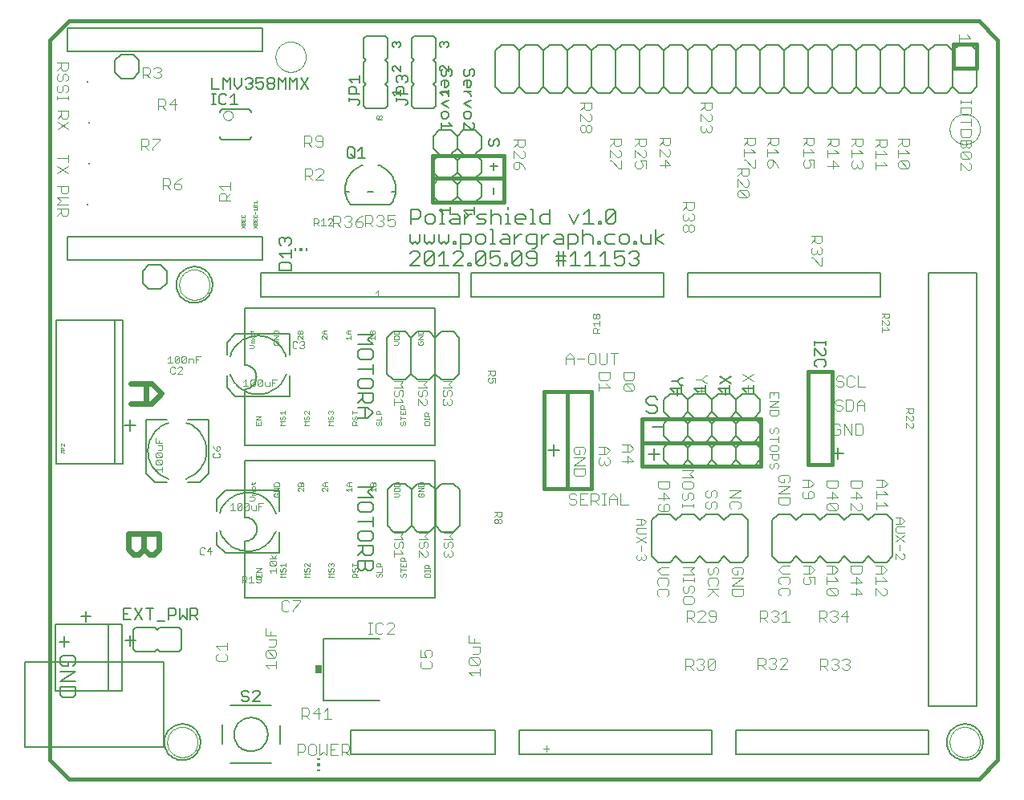
<source format=gto>
G75*
G70*
%OFA0B0*%
%FSLAX24Y24*%
%IPPOS*%
%LPD*%
%AMOC8*
5,1,8,0,0,1.08239X$1,22.5*
%
%ADD10C,0.0060*%
%ADD11C,0.0030*%
%ADD12C,0.0160*%
%ADD13C,0.0040*%
%ADD14C,0.0050*%
%ADD15C,0.0000*%
%ADD16C,0.0230*%
%ADD17R,0.0059X0.0118*%
%ADD18R,0.0118X0.0118*%
%ADD19C,0.0080*%
%ADD20C,0.0020*%
%ADD21C,0.0010*%
%ADD22R,0.0079X0.0079*%
%ADD23R,0.0118X0.0059*%
%ADD24R,0.0300X0.0340*%
D10*
X002452Y003978D02*
X002879Y003978D01*
X002985Y004085D01*
X002985Y004405D01*
X002345Y004405D01*
X002345Y004085D01*
X002452Y003978D01*
X002345Y004623D02*
X002985Y004623D01*
X002985Y005050D02*
X002345Y004623D01*
X002345Y005050D02*
X002985Y005050D01*
X002879Y005267D02*
X002985Y005374D01*
X002985Y005588D01*
X002879Y005694D01*
X002452Y005694D01*
X002345Y005588D01*
X002345Y005374D01*
X002452Y005267D01*
X002665Y005267D01*
X002665Y005481D01*
X002508Y006061D02*
X002508Y006488D01*
X002295Y006275D02*
X002722Y006275D01*
X003408Y007111D02*
X003408Y007538D01*
X003195Y007325D02*
X003622Y007325D01*
X005045Y006325D02*
X005472Y006325D01*
X005258Y006538D02*
X005258Y006111D01*
X005386Y005964D02*
X005486Y005864D01*
X006286Y005864D01*
X006386Y005964D01*
X006486Y005864D01*
X007286Y005864D01*
X007386Y005964D01*
X007386Y006764D01*
X007286Y006864D01*
X006486Y006864D01*
X006386Y006764D01*
X006286Y006864D01*
X005486Y006864D01*
X005386Y006764D01*
X005386Y005964D01*
X010012Y008102D02*
X017912Y008102D01*
X017912Y013802D01*
X010012Y013802D01*
X010012Y011452D01*
X010056Y011450D01*
X010099Y011444D01*
X010141Y011435D01*
X010183Y011422D01*
X010223Y011405D01*
X010262Y011385D01*
X010299Y011362D01*
X010333Y011335D01*
X010366Y011306D01*
X010395Y011273D01*
X010422Y011239D01*
X010445Y011202D01*
X010465Y011163D01*
X010482Y011123D01*
X010495Y011081D01*
X010504Y011039D01*
X010510Y010996D01*
X010512Y010952D01*
X010510Y010908D01*
X010504Y010865D01*
X010495Y010823D01*
X010482Y010781D01*
X010465Y010741D01*
X010445Y010702D01*
X010422Y010665D01*
X010395Y010631D01*
X010366Y010598D01*
X010333Y010569D01*
X010299Y010542D01*
X010262Y010519D01*
X010223Y010499D01*
X010183Y010482D01*
X010141Y010469D01*
X010099Y010460D01*
X010056Y010454D01*
X010012Y010452D01*
X010012Y008102D01*
X015931Y011096D02*
X015931Y012596D01*
X016181Y012846D01*
X016681Y012846D01*
X016931Y012596D01*
X016931Y011096D01*
X017181Y010846D01*
X017681Y010846D01*
X017931Y011096D01*
X018181Y010846D01*
X018681Y010846D01*
X018931Y011096D01*
X018931Y012596D01*
X018681Y012846D01*
X018181Y012846D01*
X017931Y012596D01*
X017931Y011096D01*
X016931Y011096D02*
X016681Y010846D01*
X016181Y010846D01*
X015931Y011096D01*
X016931Y012596D02*
X017181Y012846D01*
X017681Y012846D01*
X017931Y012596D01*
X017893Y014421D02*
X009993Y014421D01*
X009993Y016771D01*
X010037Y016773D01*
X010080Y016779D01*
X010122Y016788D01*
X010164Y016801D01*
X010204Y016818D01*
X010243Y016838D01*
X010280Y016861D01*
X010314Y016888D01*
X010347Y016917D01*
X010376Y016950D01*
X010403Y016984D01*
X010426Y017021D01*
X010446Y017060D01*
X010463Y017100D01*
X010476Y017142D01*
X010485Y017184D01*
X010491Y017227D01*
X010493Y017271D01*
X010491Y017315D01*
X010485Y017358D01*
X010476Y017400D01*
X010463Y017442D01*
X010446Y017482D01*
X010426Y017521D01*
X010403Y017558D01*
X010376Y017592D01*
X010347Y017625D01*
X010314Y017654D01*
X010280Y017681D01*
X010243Y017704D01*
X010204Y017724D01*
X010164Y017741D01*
X010122Y017754D01*
X010080Y017763D01*
X010037Y017769D01*
X009993Y017771D01*
X009993Y020121D01*
X017893Y020121D01*
X017893Y014421D01*
X017661Y017165D02*
X017161Y017165D01*
X016911Y017415D01*
X016911Y018915D01*
X017161Y019165D01*
X017661Y019165D01*
X017911Y018915D01*
X018161Y019165D01*
X018661Y019165D01*
X018911Y018915D01*
X018911Y017415D01*
X018661Y017165D01*
X018161Y017165D01*
X017911Y017415D01*
X017911Y018915D01*
X016911Y018915D02*
X016661Y019165D01*
X016161Y019165D01*
X015911Y018915D01*
X015911Y017415D01*
X016161Y017165D01*
X016661Y017165D01*
X016911Y017415D01*
X017661Y017165D02*
X017911Y017415D01*
X022604Y014235D02*
X023071Y014235D01*
X022838Y014002D02*
X022838Y014469D01*
X026777Y014078D02*
X027244Y014078D01*
X027415Y014324D02*
X027415Y013824D01*
X027665Y013574D01*
X028165Y013574D01*
X028415Y013824D01*
X028415Y014324D01*
X028665Y014574D01*
X028415Y014824D01*
X028415Y015324D01*
X028665Y015574D01*
X028415Y015824D01*
X028415Y016324D01*
X028665Y016574D01*
X029165Y016574D01*
X029415Y016324D01*
X029415Y015824D01*
X029165Y015574D01*
X029415Y015324D01*
X029415Y014824D01*
X029165Y014574D01*
X029415Y014324D01*
X029415Y013824D01*
X029165Y013574D01*
X028665Y013574D01*
X028415Y013824D01*
X028415Y014324D01*
X028165Y014574D01*
X028415Y014824D01*
X028415Y015324D01*
X028165Y015574D01*
X028415Y015824D01*
X028415Y016324D01*
X028165Y016574D01*
X027665Y016574D01*
X027415Y016324D01*
X027415Y015824D01*
X027665Y015574D01*
X027415Y015324D01*
X027415Y014824D01*
X027665Y014574D01*
X027415Y014324D01*
X027011Y014311D02*
X027011Y013844D01*
X026942Y015187D02*
X027369Y015187D01*
X027035Y015758D02*
X026801Y015758D01*
X026684Y015875D01*
X026801Y016109D02*
X027035Y016109D01*
X027151Y015992D01*
X027151Y015875D01*
X027035Y015758D01*
X026801Y016109D02*
X026684Y016225D01*
X026684Y016342D01*
X026801Y016459D01*
X027035Y016459D01*
X027151Y016342D01*
X029415Y016324D02*
X029415Y015824D01*
X029665Y015574D01*
X029415Y015324D01*
X029415Y014824D01*
X029665Y014574D01*
X029415Y014324D01*
X029415Y013824D01*
X029665Y013574D01*
X030165Y013574D01*
X030415Y013824D01*
X030415Y014324D01*
X030665Y014574D01*
X030415Y014824D01*
X030415Y015324D01*
X030665Y015574D01*
X030415Y015824D01*
X030415Y016324D01*
X030665Y016574D01*
X031165Y016574D01*
X031415Y016324D01*
X031415Y015824D01*
X031165Y015574D01*
X031415Y015324D01*
X031415Y014824D01*
X031165Y014574D01*
X031415Y014324D01*
X031415Y013824D01*
X031165Y013574D01*
X030665Y013574D01*
X030415Y013824D01*
X030415Y014324D01*
X030165Y014574D01*
X030415Y014824D01*
X030415Y015324D01*
X030165Y015574D01*
X030415Y015824D01*
X030415Y016324D01*
X030165Y016574D01*
X029665Y016574D01*
X029415Y016324D01*
X034415Y014117D02*
X034882Y014117D01*
X034649Y013884D02*
X034649Y014351D01*
X034665Y011574D02*
X034165Y011574D01*
X033915Y011324D01*
X033665Y011574D01*
X033165Y011574D01*
X032915Y011324D01*
X032665Y011574D01*
X032165Y011574D01*
X031915Y011324D01*
X031915Y009824D01*
X032165Y009574D01*
X032665Y009574D01*
X032915Y009824D01*
X033165Y009574D01*
X033665Y009574D01*
X033915Y009824D01*
X034165Y009574D01*
X034665Y009574D01*
X034915Y009824D01*
X035165Y009574D01*
X035665Y009574D01*
X035915Y009824D01*
X036165Y009574D01*
X036665Y009574D01*
X036915Y009824D01*
X036915Y011324D01*
X036665Y011574D01*
X036165Y011574D01*
X035915Y011324D01*
X035665Y011574D01*
X035165Y011574D01*
X034915Y011324D01*
X034665Y011574D01*
X030915Y011324D02*
X030915Y009824D01*
X030665Y009574D01*
X030165Y009574D01*
X029915Y009824D01*
X029665Y009574D01*
X029165Y009574D01*
X028915Y009824D01*
X028665Y009574D01*
X028165Y009574D01*
X027915Y009824D01*
X027665Y009574D01*
X027165Y009574D01*
X026915Y009824D01*
X026915Y011324D01*
X027165Y011574D01*
X027665Y011574D01*
X027915Y011324D01*
X028165Y011574D01*
X028665Y011574D01*
X028915Y011324D01*
X029165Y011574D01*
X029665Y011574D01*
X029915Y011324D01*
X030165Y011574D01*
X030665Y011574D01*
X030915Y011324D01*
X019581Y024521D02*
X019081Y024521D01*
X018831Y024771D01*
X018831Y025271D01*
X018581Y025521D01*
X018831Y025771D01*
X018831Y026271D01*
X018581Y026521D01*
X018831Y026771D01*
X018831Y027271D01*
X018581Y027521D01*
X018081Y027521D01*
X017831Y027271D01*
X017831Y026771D01*
X018081Y026521D01*
X017831Y026271D01*
X017831Y025771D01*
X018081Y025521D01*
X017831Y025271D01*
X017831Y024771D01*
X018081Y024521D01*
X018581Y024521D01*
X018831Y024771D01*
X018831Y025271D01*
X019081Y025521D01*
X018831Y025771D01*
X018831Y026271D01*
X019081Y026521D01*
X018831Y026771D01*
X018831Y027271D01*
X019081Y027521D01*
X019581Y027521D01*
X019831Y027271D01*
X019831Y026771D01*
X019581Y026521D01*
X019831Y026271D01*
X019831Y025771D01*
X019581Y025521D01*
X019831Y025271D01*
X019831Y024771D01*
X019581Y024521D01*
X020354Y024857D02*
X020354Y025151D01*
X020354Y025881D02*
X020354Y026174D01*
X020501Y026028D02*
X020207Y026028D01*
X020207Y026865D02*
X020134Y026939D01*
X020134Y027085D01*
X020207Y027159D01*
X020354Y027085D02*
X020428Y027159D01*
X020501Y027159D01*
X020574Y027085D01*
X020574Y026939D01*
X020501Y026865D01*
X020354Y026939D02*
X020281Y026865D01*
X020207Y026865D01*
X020354Y026939D02*
X020354Y027085D01*
X019551Y027627D02*
X019551Y027774D01*
X019477Y027847D01*
X019330Y028014D02*
X019404Y028087D01*
X019404Y028234D01*
X019330Y028307D01*
X019184Y028307D01*
X019110Y028234D01*
X019110Y028087D01*
X019184Y028014D01*
X019330Y028014D01*
X019110Y027847D02*
X019404Y027553D01*
X019477Y027553D01*
X019551Y027627D01*
X019110Y027553D02*
X019110Y027847D01*
X018606Y027700D02*
X018165Y027700D01*
X018165Y027847D02*
X018165Y027553D01*
X018459Y027847D02*
X018606Y027700D01*
X018386Y028014D02*
X018459Y028087D01*
X018459Y028234D01*
X018386Y028307D01*
X018239Y028307D01*
X018165Y028234D01*
X018165Y028087D01*
X018239Y028014D01*
X018386Y028014D01*
X018459Y028474D02*
X018165Y028621D01*
X018459Y028768D01*
X018459Y028931D02*
X018459Y029005D01*
X018312Y029151D01*
X018165Y029151D02*
X018459Y029151D01*
X018386Y029318D02*
X018312Y029318D01*
X018312Y029612D01*
X018239Y029612D02*
X018386Y029612D01*
X018459Y029538D01*
X018459Y029392D01*
X018386Y029318D01*
X018165Y029392D02*
X018165Y029538D01*
X018239Y029612D01*
X018239Y029778D02*
X018165Y029852D01*
X018165Y029999D01*
X018239Y030072D01*
X018386Y029999D02*
X018459Y030072D01*
X018532Y030072D01*
X018606Y029999D01*
X018606Y029852D01*
X018532Y029778D01*
X018386Y029852D02*
X018312Y029778D01*
X018239Y029778D01*
X018386Y029852D02*
X018386Y029999D01*
X017937Y030352D02*
X017937Y029552D01*
X017837Y029452D01*
X017937Y029352D01*
X017937Y028552D01*
X017837Y028452D01*
X017037Y028452D01*
X016937Y028552D01*
X016937Y029352D01*
X017037Y029452D01*
X016937Y029552D01*
X016937Y030352D01*
X017037Y030452D01*
X016937Y030552D01*
X016937Y031352D01*
X017037Y031452D01*
X017837Y031452D01*
X017937Y031352D01*
X017937Y030552D01*
X017837Y030452D01*
X017937Y030352D01*
X019110Y029999D02*
X019184Y030072D01*
X019110Y029999D02*
X019110Y029852D01*
X019184Y029778D01*
X019257Y029778D01*
X019330Y029852D01*
X019330Y029999D01*
X019404Y030072D01*
X019477Y030072D01*
X019551Y029999D01*
X019551Y029852D01*
X019477Y029778D01*
X019330Y029612D02*
X019404Y029538D01*
X019404Y029392D01*
X019330Y029318D01*
X019257Y029318D01*
X019257Y029612D01*
X019184Y029612D02*
X019330Y029612D01*
X019184Y029612D02*
X019110Y029538D01*
X019110Y029392D01*
X019110Y029151D02*
X019404Y029151D01*
X019404Y029005D02*
X019404Y028931D01*
X019404Y029005D02*
X019257Y029151D01*
X019404Y028768D02*
X019110Y028621D01*
X019404Y028474D01*
X020415Y029324D02*
X020415Y030824D01*
X020665Y031074D01*
X021165Y031074D01*
X021415Y030824D01*
X021415Y029324D01*
X021165Y029074D01*
X020665Y029074D01*
X020415Y029324D01*
X021415Y029324D02*
X021665Y029074D01*
X022165Y029074D01*
X022415Y029324D01*
X022415Y030824D01*
X022665Y031074D01*
X023165Y031074D01*
X023415Y030824D01*
X023415Y029324D01*
X023165Y029074D01*
X022665Y029074D01*
X022415Y029324D01*
X023415Y029324D02*
X023665Y029074D01*
X024165Y029074D01*
X024415Y029324D01*
X024415Y030824D01*
X024665Y031074D01*
X025165Y031074D01*
X025415Y030824D01*
X025415Y029324D01*
X025165Y029074D01*
X024665Y029074D01*
X024415Y029324D01*
X025415Y029324D02*
X025665Y029074D01*
X026165Y029074D01*
X026415Y029324D01*
X026415Y030824D01*
X026665Y031074D01*
X027165Y031074D01*
X027415Y030824D01*
X027415Y029324D01*
X027165Y029074D01*
X026665Y029074D01*
X026415Y029324D01*
X027415Y029324D02*
X027665Y029074D01*
X028165Y029074D01*
X028415Y029324D01*
X028415Y030824D01*
X028665Y031074D01*
X029165Y031074D01*
X029415Y030824D01*
X029415Y029324D01*
X029165Y029074D01*
X028665Y029074D01*
X028415Y029324D01*
X029415Y029324D02*
X029665Y029074D01*
X030165Y029074D01*
X030415Y029324D01*
X030415Y030824D01*
X030665Y031074D01*
X031165Y031074D01*
X031415Y030824D01*
X031415Y029324D01*
X031165Y029074D01*
X030665Y029074D01*
X030415Y029324D01*
X031415Y029324D02*
X031665Y029074D01*
X032165Y029074D01*
X032415Y029324D01*
X032415Y030824D01*
X032665Y031074D01*
X033165Y031074D01*
X033415Y030824D01*
X033415Y029324D01*
X033165Y029074D01*
X032665Y029074D01*
X032415Y029324D01*
X033415Y029324D02*
X033665Y029074D01*
X034165Y029074D01*
X034415Y029324D01*
X034415Y030824D01*
X034165Y031074D01*
X033665Y031074D01*
X033415Y030824D01*
X034415Y030824D02*
X034665Y031074D01*
X035165Y031074D01*
X035415Y030824D01*
X035415Y029324D01*
X035165Y029074D01*
X034665Y029074D01*
X034415Y029324D01*
X035415Y029324D02*
X035665Y029074D01*
X036165Y029074D01*
X036415Y029324D01*
X036415Y030824D01*
X036165Y031074D01*
X035665Y031074D01*
X035415Y030824D01*
X036415Y030824D02*
X036665Y031074D01*
X037165Y031074D01*
X037415Y030824D01*
X037415Y029324D01*
X037165Y029074D01*
X036665Y029074D01*
X036415Y029324D01*
X037415Y029324D02*
X037665Y029074D01*
X038165Y029074D01*
X038415Y029324D01*
X038415Y030824D01*
X038165Y031074D01*
X037665Y031074D01*
X037415Y030824D01*
X038415Y030824D02*
X038665Y031074D01*
X039165Y031074D01*
X039415Y030824D01*
X039415Y029324D01*
X039165Y029074D01*
X038665Y029074D01*
X038415Y029324D01*
X039415Y029324D02*
X039665Y029074D01*
X040165Y029074D01*
X040415Y029324D01*
X040415Y030824D01*
X040165Y031074D01*
X039665Y031074D01*
X039415Y030824D01*
X032415Y030824D02*
X032165Y031074D01*
X031665Y031074D01*
X031415Y030824D01*
X030415Y030824D02*
X030165Y031074D01*
X029665Y031074D01*
X029415Y030824D01*
X028415Y030824D02*
X028165Y031074D01*
X027665Y031074D01*
X027415Y030824D01*
X026415Y030824D02*
X026165Y031074D01*
X025665Y031074D01*
X025415Y030824D01*
X024415Y030824D02*
X024165Y031074D01*
X023665Y031074D01*
X023415Y030824D01*
X022415Y030824D02*
X022165Y031074D01*
X021665Y031074D01*
X021415Y030824D01*
X015952Y030552D02*
X015852Y030452D01*
X015952Y030352D01*
X015952Y029552D01*
X015852Y029452D01*
X015952Y029352D01*
X015952Y028552D01*
X015852Y028452D01*
X015052Y028452D01*
X014952Y028552D01*
X014952Y029352D01*
X015052Y029452D01*
X014952Y029552D01*
X014952Y030352D01*
X015052Y030452D01*
X014952Y030552D01*
X014952Y031352D01*
X015052Y031452D01*
X015852Y031452D01*
X015952Y031352D01*
X015952Y030552D01*
X010135Y028408D02*
X009111Y028408D01*
X009091Y028406D01*
X009071Y028402D01*
X009053Y028394D01*
X009036Y028384D01*
X009020Y028371D01*
X009007Y028355D01*
X008997Y028338D01*
X008989Y028320D01*
X008985Y028300D01*
X008983Y028280D01*
X008983Y027256D02*
X008985Y027236D01*
X008989Y027216D01*
X008997Y027198D01*
X009007Y027181D01*
X009020Y027165D01*
X009036Y027152D01*
X009053Y027142D01*
X009071Y027134D01*
X009091Y027130D01*
X009111Y027128D01*
X010135Y027128D01*
X010155Y027130D01*
X010175Y027134D01*
X010193Y027142D01*
X010210Y027152D01*
X010226Y027165D01*
X010239Y027181D01*
X010249Y027198D01*
X010257Y027216D01*
X010261Y027236D01*
X010263Y027256D01*
X010263Y028280D02*
X010261Y028300D01*
X010257Y028320D01*
X010249Y028338D01*
X010239Y028355D01*
X010226Y028371D01*
X010210Y028384D01*
X010193Y028394D01*
X010175Y028402D01*
X010155Y028406D01*
X010135Y028408D01*
X005615Y029924D02*
X005365Y029674D01*
X004865Y029674D01*
X004615Y029924D01*
X004615Y030424D01*
X004865Y030674D01*
X005365Y030674D01*
X005615Y030424D01*
X005615Y029924D01*
X011519Y023077D02*
X011602Y023077D01*
X011686Y022993D01*
X011769Y023077D01*
X011852Y023077D01*
X011936Y022993D01*
X011936Y022826D01*
X011852Y022743D01*
X011936Y022561D02*
X011936Y022227D01*
X011936Y022394D02*
X011435Y022394D01*
X011602Y022227D01*
X011519Y022045D02*
X011435Y021962D01*
X011435Y021712D01*
X011936Y021712D01*
X011936Y021962D01*
X011852Y022045D01*
X011519Y022045D01*
X011519Y022743D02*
X011435Y022826D01*
X011435Y022993D01*
X011519Y023077D01*
X011686Y022993D02*
X011686Y022910D01*
X006765Y021674D02*
X006765Y021174D01*
X006515Y020924D01*
X006015Y020924D01*
X005765Y021174D01*
X005765Y021674D01*
X006015Y021924D01*
X006515Y021924D01*
X006765Y021674D01*
X005241Y015510D02*
X005241Y015043D01*
X005007Y015277D02*
X005474Y015277D01*
D11*
X006297Y014725D02*
X006297Y014531D01*
X006588Y014531D01*
X006588Y014430D02*
X006394Y014430D01*
X006442Y014531D02*
X006442Y014628D01*
X006588Y014430D02*
X006588Y014285D01*
X006539Y014236D01*
X006394Y014236D01*
X006346Y014135D02*
X006539Y013942D01*
X006588Y013990D01*
X006588Y014087D01*
X006539Y014135D01*
X006346Y014135D01*
X006297Y014087D01*
X006297Y013990D01*
X006346Y013942D01*
X006539Y013942D01*
X006539Y013841D02*
X006588Y013792D01*
X006588Y013695D01*
X006539Y013647D01*
X006346Y013841D01*
X006539Y013841D01*
X006346Y013841D02*
X006297Y013792D01*
X006297Y013695D01*
X006346Y013647D01*
X006539Y013647D01*
X006588Y013546D02*
X006588Y013352D01*
X006588Y013449D02*
X006297Y013449D01*
X006394Y013352D01*
X008682Y013971D02*
X008731Y013922D01*
X008924Y013922D01*
X008972Y013971D01*
X008972Y014068D01*
X008924Y014116D01*
X008924Y014217D02*
X008972Y014265D01*
X008972Y014362D01*
X008924Y014411D01*
X008876Y014411D01*
X008827Y014362D01*
X008827Y014217D01*
X008924Y014217D01*
X008827Y014217D02*
X008731Y014314D01*
X008682Y014411D01*
X008731Y014116D02*
X008682Y014068D01*
X008682Y013971D01*
X009499Y012039D02*
X009499Y011749D01*
X009403Y011749D02*
X009596Y011749D01*
X009697Y011797D02*
X009891Y011991D01*
X009891Y011797D01*
X009842Y011749D01*
X009746Y011749D01*
X009697Y011797D01*
X009697Y011991D01*
X009746Y012039D01*
X009842Y012039D01*
X009891Y011991D01*
X009992Y011991D02*
X010040Y012039D01*
X010137Y012039D01*
X010185Y011991D01*
X009992Y011797D01*
X010040Y011749D01*
X010137Y011749D01*
X010185Y011797D01*
X010185Y011991D01*
X010287Y011942D02*
X010287Y011797D01*
X010335Y011749D01*
X010480Y011749D01*
X010480Y011942D01*
X010581Y011894D02*
X010678Y011894D01*
X010581Y012039D02*
X010775Y012039D01*
X010581Y012039D02*
X010581Y011749D01*
X009992Y011797D02*
X009992Y011991D01*
X009499Y012039D02*
X009403Y011942D01*
X008588Y010187D02*
X008442Y010042D01*
X008636Y010042D01*
X008588Y010187D02*
X008588Y009896D01*
X008341Y009945D02*
X008293Y009896D01*
X008196Y009896D01*
X008148Y009945D01*
X008148Y010138D01*
X008196Y010187D01*
X008293Y010187D01*
X008341Y010138D01*
X009898Y009013D02*
X010043Y009013D01*
X010091Y008965D01*
X010091Y008868D01*
X010043Y008819D01*
X009898Y008819D01*
X009898Y008723D02*
X009898Y009013D01*
X009994Y008819D02*
X010091Y008723D01*
X010192Y008723D02*
X010386Y008723D01*
X010289Y008723D02*
X010289Y009013D01*
X010192Y008916D01*
X010487Y008916D02*
X010535Y008868D01*
X010680Y008868D01*
X010680Y008965D02*
X010632Y009013D01*
X010535Y009013D01*
X010487Y008965D01*
X010487Y008916D01*
X010487Y008771D02*
X010535Y008723D01*
X010632Y008723D01*
X010680Y008771D01*
X010680Y008965D01*
X011027Y009244D02*
X011318Y009244D01*
X011318Y009148D02*
X011318Y009341D01*
X011269Y009442D02*
X011076Y009636D01*
X011269Y009636D01*
X011318Y009588D01*
X011318Y009491D01*
X011269Y009442D01*
X011076Y009442D01*
X011027Y009491D01*
X011027Y009588D01*
X011076Y009636D01*
X011027Y009737D02*
X011318Y009737D01*
X011221Y009737D02*
X011124Y009882D01*
X011221Y009737D02*
X011318Y009882D01*
X011027Y009244D02*
X011124Y009148D01*
X016221Y009812D02*
X016221Y010059D01*
X016221Y009936D02*
X016592Y009936D01*
X016468Y010059D01*
X016530Y010181D02*
X016592Y010242D01*
X016592Y010366D01*
X016530Y010427D01*
X016468Y010427D01*
X016406Y010366D01*
X016406Y010242D01*
X016345Y010181D01*
X016283Y010181D01*
X016221Y010242D01*
X016221Y010366D01*
X016283Y010427D01*
X016221Y010549D02*
X016592Y010549D01*
X016468Y010672D01*
X016592Y010796D01*
X016221Y010796D01*
X017245Y010796D02*
X017615Y010796D01*
X017492Y010672D01*
X017615Y010549D01*
X017245Y010549D01*
X017307Y010427D02*
X017245Y010366D01*
X017245Y010242D01*
X017307Y010181D01*
X017368Y010181D01*
X017430Y010242D01*
X017430Y010366D01*
X017492Y010427D01*
X017554Y010427D01*
X017615Y010366D01*
X017615Y010242D01*
X017554Y010181D01*
X017554Y010059D02*
X017615Y009997D01*
X017615Y009874D01*
X017554Y009812D01*
X017492Y009812D01*
X017245Y010059D01*
X017245Y009812D01*
X018269Y009874D02*
X018269Y009997D01*
X018330Y010059D01*
X018330Y010181D02*
X018269Y010242D01*
X018269Y010366D01*
X018330Y010427D01*
X018269Y010549D02*
X018639Y010549D01*
X018515Y010672D01*
X018639Y010796D01*
X018269Y010796D01*
X018515Y010427D02*
X018454Y010366D01*
X018454Y010242D01*
X018392Y010181D01*
X018330Y010181D01*
X018577Y010181D02*
X018639Y010242D01*
X018639Y010366D01*
X018577Y010427D01*
X018515Y010427D01*
X018577Y010059D02*
X018639Y009997D01*
X018639Y009874D01*
X018577Y009812D01*
X018515Y009812D01*
X018454Y009874D01*
X018392Y009812D01*
X018330Y009812D01*
X018269Y009874D01*
X018454Y009874D02*
X018454Y009936D01*
X020386Y011236D02*
X020386Y011333D01*
X020435Y011381D01*
X020483Y011381D01*
X020532Y011333D01*
X020532Y011236D01*
X020483Y011188D01*
X020435Y011188D01*
X020386Y011236D01*
X020532Y011236D02*
X020580Y011188D01*
X020628Y011188D01*
X020677Y011236D01*
X020677Y011333D01*
X020628Y011381D01*
X020580Y011381D01*
X020532Y011333D01*
X020532Y011482D02*
X020483Y011531D01*
X020483Y011676D01*
X020386Y011676D02*
X020677Y011676D01*
X020677Y011531D01*
X020628Y011482D01*
X020532Y011482D01*
X020483Y011579D02*
X020386Y011482D01*
X018538Y016111D02*
X018476Y016111D01*
X018414Y016173D01*
X018353Y016111D01*
X018291Y016111D01*
X018229Y016173D01*
X018229Y016297D01*
X018291Y016358D01*
X018291Y016480D02*
X018229Y016541D01*
X018229Y016665D01*
X018291Y016727D01*
X018229Y016848D02*
X018599Y016848D01*
X018476Y016971D01*
X018599Y017095D01*
X018229Y017095D01*
X018476Y016727D02*
X018414Y016665D01*
X018414Y016541D01*
X018353Y016480D01*
X018291Y016480D01*
X018538Y016480D02*
X018599Y016541D01*
X018599Y016665D01*
X018538Y016727D01*
X018476Y016727D01*
X018538Y016358D02*
X018599Y016297D01*
X018599Y016173D01*
X018538Y016111D01*
X018414Y016173D02*
X018414Y016235D01*
X017576Y016297D02*
X017514Y016358D01*
X017576Y016297D02*
X017576Y016173D01*
X017514Y016111D01*
X017452Y016111D01*
X017206Y016358D01*
X017206Y016111D01*
X017267Y016480D02*
X017206Y016541D01*
X017206Y016665D01*
X017267Y016727D01*
X017206Y016848D02*
X017576Y016848D01*
X017452Y016971D01*
X017576Y017095D01*
X017206Y017095D01*
X017452Y016727D02*
X017391Y016665D01*
X017391Y016541D01*
X017329Y016480D01*
X017267Y016480D01*
X017514Y016480D02*
X017576Y016541D01*
X017576Y016665D01*
X017514Y016727D01*
X017452Y016727D01*
X016592Y016665D02*
X016592Y016541D01*
X016530Y016480D01*
X016468Y016358D02*
X016592Y016235D01*
X016221Y016235D01*
X016221Y016358D02*
X016221Y016111D01*
X016283Y016480D02*
X016221Y016541D01*
X016221Y016665D01*
X016283Y016727D01*
X016221Y016848D02*
X016592Y016848D01*
X016468Y016971D01*
X016592Y017095D01*
X016221Y017095D01*
X016468Y016727D02*
X016406Y016665D01*
X016406Y016541D01*
X016345Y016480D01*
X016283Y016480D01*
X016468Y016727D02*
X016530Y016727D01*
X016592Y016665D01*
X020117Y017097D02*
X020117Y017193D01*
X020166Y017242D01*
X020263Y017242D02*
X020311Y017145D01*
X020311Y017097D01*
X020263Y017048D01*
X020166Y017048D01*
X020117Y017097D01*
X020263Y017242D02*
X020408Y017242D01*
X020408Y017048D01*
X020359Y017343D02*
X020263Y017343D01*
X020214Y017391D01*
X020214Y017536D01*
X020214Y017440D02*
X020117Y017343D01*
X020117Y017536D02*
X020408Y017536D01*
X020408Y017391D01*
X020359Y017343D01*
X024460Y019114D02*
X024460Y019260D01*
X024508Y019308D01*
X024605Y019308D01*
X024653Y019260D01*
X024653Y019114D01*
X024750Y019114D02*
X024460Y019114D01*
X024653Y019211D02*
X024750Y019308D01*
X024750Y019409D02*
X024750Y019603D01*
X024750Y019506D02*
X024460Y019506D01*
X024556Y019409D01*
X024556Y019704D02*
X024508Y019704D01*
X024460Y019752D01*
X024460Y019849D01*
X024508Y019897D01*
X024556Y019897D01*
X024605Y019849D01*
X024605Y019752D01*
X024556Y019704D01*
X024605Y019752D02*
X024653Y019704D01*
X024702Y019704D01*
X024750Y019752D01*
X024750Y019849D01*
X024702Y019897D01*
X024653Y019897D01*
X024605Y019849D01*
X031798Y016652D02*
X031798Y016405D01*
X031798Y016283D02*
X032168Y016283D01*
X031798Y016037D01*
X032168Y016037D01*
X032168Y015915D02*
X031798Y015915D01*
X031798Y015730D01*
X031859Y015668D01*
X032106Y015668D01*
X032168Y015730D01*
X032168Y015915D01*
X032168Y016405D02*
X032168Y016652D01*
X031798Y016652D01*
X031983Y016652D02*
X031983Y016528D01*
X032045Y015179D02*
X031983Y015117D01*
X031983Y014993D01*
X031921Y014932D01*
X031859Y014932D01*
X031798Y014993D01*
X031798Y015117D01*
X031859Y015179D01*
X032045Y015179D02*
X032106Y015179D01*
X032168Y015117D01*
X032168Y014993D01*
X032106Y014932D01*
X032168Y014810D02*
X032168Y014563D01*
X032168Y014687D02*
X031798Y014687D01*
X031859Y014442D02*
X031798Y014380D01*
X031798Y014257D01*
X031859Y014195D01*
X032106Y014195D01*
X032168Y014257D01*
X032168Y014380D01*
X032106Y014442D01*
X031859Y014442D01*
X031798Y014074D02*
X032168Y014074D01*
X032168Y013888D01*
X032106Y013827D01*
X031983Y013827D01*
X031921Y013888D01*
X031921Y014074D01*
X031859Y013705D02*
X031798Y013644D01*
X031798Y013520D01*
X031859Y013458D01*
X031921Y013458D01*
X031983Y013520D01*
X031983Y013644D01*
X032045Y013705D01*
X032106Y013705D01*
X032168Y013644D01*
X032168Y013520D01*
X032106Y013458D01*
X037038Y011422D02*
X037285Y011422D01*
X037408Y011299D01*
X037285Y011175D01*
X037038Y011175D01*
X037099Y011054D02*
X037038Y010992D01*
X037038Y010869D01*
X037099Y010807D01*
X037408Y010807D01*
X037408Y010686D02*
X037038Y010439D01*
X037223Y010317D02*
X037223Y010070D01*
X037346Y009949D02*
X037408Y009887D01*
X037408Y009764D01*
X037346Y009702D01*
X037285Y009702D01*
X037038Y009949D01*
X037038Y009702D01*
X037408Y010439D02*
X037038Y010686D01*
X037099Y011054D02*
X037408Y011054D01*
X037223Y011175D02*
X037223Y011422D01*
X037487Y015174D02*
X037487Y015368D01*
X037681Y015174D01*
X037729Y015174D01*
X037778Y015223D01*
X037778Y015319D01*
X037729Y015368D01*
X037729Y015469D02*
X037778Y015517D01*
X037778Y015614D01*
X037729Y015662D01*
X037729Y015763D02*
X037633Y015763D01*
X037584Y015812D01*
X037584Y015957D01*
X037487Y015957D02*
X037778Y015957D01*
X037778Y015812D01*
X037729Y015763D01*
X037584Y015860D02*
X037487Y015763D01*
X037487Y015662D02*
X037681Y015469D01*
X037729Y015469D01*
X037487Y015469D02*
X037487Y015662D01*
X036479Y019133D02*
X036479Y019326D01*
X036479Y019230D02*
X036769Y019230D01*
X036673Y019326D01*
X036673Y019428D02*
X036721Y019428D01*
X036769Y019476D01*
X036769Y019573D01*
X036721Y019621D01*
X036721Y019722D02*
X036624Y019722D01*
X036576Y019771D01*
X036576Y019916D01*
X036479Y019916D02*
X036769Y019916D01*
X036769Y019771D01*
X036721Y019722D01*
X036576Y019819D02*
X036479Y019722D01*
X036479Y019621D02*
X036673Y019428D01*
X036479Y019428D02*
X036479Y019621D01*
X026660Y011259D02*
X026537Y011136D01*
X026290Y011136D01*
X026351Y011014D02*
X026290Y010953D01*
X026290Y010829D01*
X026351Y010768D01*
X026660Y010768D01*
X026660Y010646D02*
X026290Y010399D01*
X026475Y010278D02*
X026475Y010031D01*
X026598Y009910D02*
X026660Y009848D01*
X026660Y009724D01*
X026598Y009663D01*
X026537Y009663D01*
X026475Y009724D01*
X026413Y009663D01*
X026351Y009663D01*
X026290Y009724D01*
X026290Y009848D01*
X026351Y009910D01*
X026475Y009786D02*
X026475Y009724D01*
X026660Y010399D02*
X026290Y010646D01*
X026351Y011014D02*
X026660Y011014D01*
X026475Y011136D02*
X026475Y011383D01*
X026537Y011383D02*
X026290Y011383D01*
X026537Y011383D02*
X026660Y011259D01*
X022527Y001961D02*
X022527Y001714D01*
X022404Y001838D02*
X022651Y001838D01*
X011133Y016890D02*
X011133Y017180D01*
X011327Y017180D01*
X011230Y017035D02*
X011133Y017035D01*
X011032Y017083D02*
X011032Y016890D01*
X010887Y016890D01*
X010839Y016938D01*
X010839Y017083D01*
X010738Y017131D02*
X010544Y016938D01*
X010592Y016890D01*
X010689Y016890D01*
X010738Y016938D01*
X010738Y017131D01*
X010689Y017180D01*
X010592Y017180D01*
X010544Y017131D01*
X010544Y016938D01*
X010443Y016938D02*
X010443Y017131D01*
X010249Y016938D01*
X010298Y016890D01*
X010395Y016890D01*
X010443Y016938D01*
X010443Y017131D02*
X010395Y017180D01*
X010298Y017180D01*
X010249Y017131D01*
X010249Y016938D01*
X010148Y016890D02*
X009955Y016890D01*
X010051Y016890D02*
X010051Y017180D01*
X009955Y017083D01*
X008171Y018149D02*
X007978Y018149D01*
X007978Y017859D01*
X007877Y017859D02*
X007877Y018004D01*
X007829Y018052D01*
X007683Y018052D01*
X007683Y017859D01*
X007582Y017907D02*
X007534Y017859D01*
X007437Y017859D01*
X007389Y017907D01*
X007582Y018101D01*
X007582Y017907D01*
X007389Y017907D02*
X007389Y018101D01*
X007437Y018149D01*
X007534Y018149D01*
X007582Y018101D01*
X007288Y018101D02*
X007288Y017907D01*
X007239Y017859D01*
X007142Y017859D01*
X007094Y017907D01*
X007288Y018101D01*
X007239Y018149D01*
X007142Y018149D01*
X007094Y018101D01*
X007094Y017907D01*
X006993Y017859D02*
X006799Y017859D01*
X006896Y017859D02*
X006896Y018149D01*
X006799Y018052D01*
X006973Y017699D02*
X006924Y017651D01*
X006924Y017457D01*
X006973Y017409D01*
X007070Y017409D01*
X007118Y017457D01*
X007219Y017409D02*
X007413Y017602D01*
X007413Y017651D01*
X007364Y017699D01*
X007267Y017699D01*
X007219Y017651D01*
X007118Y017651D02*
X007070Y017699D01*
X006973Y017699D01*
X007219Y017409D02*
X007413Y017409D01*
X007978Y018004D02*
X008075Y018004D01*
X011995Y018514D02*
X012043Y018465D01*
X012140Y018465D01*
X012188Y018514D01*
X012290Y018514D02*
X012338Y018465D01*
X012435Y018465D01*
X012483Y018514D01*
X012483Y018562D01*
X012435Y018611D01*
X012386Y018611D01*
X012435Y018611D02*
X012483Y018659D01*
X012483Y018707D01*
X012435Y018756D01*
X012338Y018756D01*
X012290Y018707D01*
X012188Y018707D02*
X012140Y018756D01*
X012043Y018756D01*
X011995Y018707D01*
X011995Y018514D01*
X015430Y020589D02*
X015623Y020589D01*
X015527Y020589D02*
X015527Y020880D01*
X015430Y020783D01*
X013656Y023571D02*
X013463Y023571D01*
X013656Y023764D01*
X013656Y023812D01*
X013608Y023861D01*
X013511Y023861D01*
X013463Y023812D01*
X013265Y023861D02*
X013265Y023571D01*
X013361Y023571D02*
X013168Y023571D01*
X013067Y023571D02*
X012970Y023667D01*
X013018Y023667D02*
X012873Y023667D01*
X012873Y023571D02*
X012873Y023861D01*
X013018Y023861D01*
X013067Y023812D01*
X013067Y023716D01*
X013018Y023667D01*
X013168Y023764D02*
X013265Y023861D01*
D12*
X001915Y001362D02*
X002702Y000574D01*
X040498Y000574D01*
X041285Y001362D01*
X041285Y031283D01*
X040498Y032071D01*
X002702Y032071D01*
X001915Y031283D01*
X001915Y001362D01*
X022427Y012622D02*
X022427Y016677D01*
X023411Y016677D01*
X024395Y016677D01*
X024395Y012622D01*
X023411Y012622D01*
X022427Y012622D01*
X023411Y012622D02*
X023411Y016677D01*
X026521Y015535D02*
X026521Y014551D01*
X026521Y013567D01*
X031443Y013567D01*
X031443Y014551D01*
X026521Y014551D01*
X026521Y015535D02*
X031443Y015535D01*
X031443Y014551D01*
X033411Y013645D02*
X033411Y017504D01*
X034395Y017504D01*
X034395Y013645D01*
X033411Y013645D01*
X020773Y024551D02*
X017820Y024551D01*
X017820Y025535D01*
X017820Y026480D01*
X020773Y026480D01*
X020773Y025535D01*
X020773Y024551D01*
X020773Y025535D02*
X017820Y025535D01*
X039435Y030102D02*
X039435Y031086D01*
X040419Y031086D01*
X040419Y030102D01*
X039435Y030102D01*
D13*
X039691Y031192D02*
X039691Y031499D01*
X039691Y031346D02*
X040151Y031346D01*
X039998Y031499D01*
X040191Y028783D02*
X040191Y028629D01*
X040191Y028706D02*
X039730Y028706D01*
X039730Y028783D02*
X039730Y028629D01*
X039730Y028476D02*
X039730Y028246D01*
X039807Y028169D01*
X040114Y028169D01*
X040191Y028246D01*
X040191Y028476D01*
X039730Y028476D01*
X039730Y027862D02*
X040191Y027862D01*
X040191Y027709D02*
X040191Y028016D01*
X040191Y027555D02*
X039730Y027555D01*
X039730Y027325D01*
X039807Y027248D01*
X040114Y027248D01*
X040191Y027325D01*
X040191Y027555D01*
X040191Y027095D02*
X039730Y027095D01*
X039730Y026865D01*
X039807Y026788D01*
X039884Y026788D01*
X039960Y026865D01*
X039960Y027095D01*
X039960Y026865D02*
X040037Y026788D01*
X040114Y026788D01*
X040191Y026865D01*
X040191Y027095D01*
X040114Y026635D02*
X039807Y026635D01*
X040114Y026328D01*
X039807Y026328D01*
X039730Y026404D01*
X039730Y026558D01*
X039807Y026635D01*
X040114Y026635D02*
X040191Y026558D01*
X040191Y026404D01*
X040114Y026328D01*
X040114Y026174D02*
X040191Y026097D01*
X040191Y025944D01*
X040114Y025867D01*
X040037Y025867D01*
X039730Y026174D01*
X039730Y025867D01*
X037610Y026023D02*
X037534Y025946D01*
X037227Y026253D01*
X037150Y026176D01*
X037150Y026023D01*
X037227Y025946D01*
X037534Y025946D01*
X037610Y026023D02*
X037610Y026176D01*
X037534Y026253D01*
X037227Y026253D01*
X037150Y026406D02*
X037150Y026713D01*
X037150Y026560D02*
X037610Y026560D01*
X037457Y026713D01*
X037534Y026866D02*
X037380Y026866D01*
X037303Y026943D01*
X037303Y027173D01*
X037303Y027020D02*
X037150Y026866D01*
X037150Y027173D02*
X037610Y027173D01*
X037610Y026943D01*
X037534Y026866D01*
X036681Y026904D02*
X036604Y026827D01*
X036451Y026827D01*
X036374Y026904D01*
X036374Y027134D01*
X036221Y027134D02*
X036681Y027134D01*
X036681Y026904D01*
X036528Y026674D02*
X036681Y026520D01*
X036221Y026520D01*
X036221Y026367D02*
X036221Y026674D01*
X036221Y026827D02*
X036374Y026981D01*
X035673Y026943D02*
X035597Y026866D01*
X035443Y026866D01*
X035366Y026943D01*
X035366Y027173D01*
X035366Y027020D02*
X035213Y026866D01*
X035213Y026713D02*
X035213Y026406D01*
X035213Y026560D02*
X035673Y026560D01*
X035520Y026713D01*
X035673Y026943D02*
X035673Y027173D01*
X035213Y027173D01*
X034665Y027173D02*
X034665Y026943D01*
X034589Y026866D01*
X034435Y026866D01*
X034358Y026943D01*
X034358Y027173D01*
X034205Y027173D02*
X034665Y027173D01*
X034358Y027020D02*
X034205Y026866D01*
X034205Y026713D02*
X034205Y026406D01*
X034205Y026560D02*
X034665Y026560D01*
X034512Y026713D01*
X034435Y026253D02*
X034435Y025946D01*
X034205Y026023D02*
X034665Y026023D01*
X034435Y026253D01*
X033658Y026292D02*
X033658Y025985D01*
X033504Y026062D02*
X033504Y026139D01*
X033427Y026292D01*
X033658Y026292D01*
X033504Y026062D02*
X033427Y025985D01*
X033274Y025985D01*
X033197Y026062D01*
X033197Y026215D01*
X033274Y026292D01*
X033197Y026446D02*
X033197Y026752D01*
X033197Y026599D02*
X033658Y026599D01*
X033504Y026752D01*
X033427Y026906D02*
X033351Y026983D01*
X033351Y027213D01*
X033351Y027059D02*
X033197Y026906D01*
X033427Y026906D02*
X033581Y026906D01*
X033658Y026983D01*
X033658Y027213D01*
X033197Y027213D01*
X032165Y027213D02*
X032165Y026983D01*
X032089Y026906D01*
X031935Y026906D01*
X031858Y026983D01*
X031858Y027213D01*
X031705Y027213D02*
X032165Y027213D01*
X031858Y027059D02*
X031705Y026906D01*
X031705Y026752D02*
X031705Y026446D01*
X031705Y026599D02*
X032165Y026599D01*
X032012Y026752D01*
X031935Y026292D02*
X031935Y026062D01*
X031858Y025985D01*
X031782Y025985D01*
X031705Y026062D01*
X031705Y026215D01*
X031782Y026292D01*
X031935Y026292D01*
X032089Y026139D01*
X032165Y025985D01*
X031197Y025985D02*
X031120Y025985D01*
X030813Y026292D01*
X030737Y026292D01*
X030737Y026446D02*
X030737Y026752D01*
X030737Y026599D02*
X031197Y026599D01*
X031043Y026752D01*
X030967Y026906D02*
X030890Y026983D01*
X030890Y027213D01*
X030737Y027213D02*
X031197Y027213D01*
X031197Y026983D01*
X031120Y026906D01*
X030967Y026906D01*
X030890Y027059D02*
X030737Y026906D01*
X031197Y026292D02*
X031197Y025985D01*
X030937Y025947D02*
X030937Y025717D01*
X030860Y025640D01*
X030707Y025640D01*
X030630Y025717D01*
X030630Y025947D01*
X030477Y025947D02*
X030937Y025947D01*
X030630Y025794D02*
X030477Y025640D01*
X030477Y025487D02*
X030784Y025180D01*
X030860Y025180D01*
X030937Y025256D01*
X030937Y025410D01*
X030860Y025487D01*
X030477Y025487D02*
X030477Y025180D01*
X030553Y025026D02*
X030860Y024719D01*
X030553Y024719D01*
X030477Y024796D01*
X030477Y024950D01*
X030553Y025026D01*
X030860Y025026D01*
X030937Y024950D01*
X030937Y024796D01*
X030860Y024719D01*
X028665Y024523D02*
X028665Y024293D01*
X028589Y024216D01*
X028435Y024216D01*
X028358Y024293D01*
X028358Y024523D01*
X028205Y024523D02*
X028665Y024523D01*
X028358Y024370D02*
X028205Y024216D01*
X028282Y024063D02*
X028205Y023986D01*
X028205Y023833D01*
X028282Y023756D01*
X028358Y023756D01*
X028435Y023833D01*
X028435Y023910D01*
X028435Y023833D02*
X028512Y023756D01*
X028589Y023756D01*
X028665Y023833D01*
X028665Y023986D01*
X028589Y024063D01*
X028589Y023603D02*
X028512Y023603D01*
X028435Y023526D01*
X028435Y023373D01*
X028358Y023296D01*
X028282Y023296D01*
X028205Y023373D01*
X028205Y023526D01*
X028282Y023603D01*
X028358Y023603D01*
X028435Y023526D01*
X028435Y023373D02*
X028512Y023296D01*
X028589Y023296D01*
X028665Y023373D01*
X028665Y023526D01*
X028589Y023603D01*
X027689Y026062D02*
X027229Y026062D01*
X027459Y025985D02*
X027459Y026292D01*
X027689Y026062D01*
X027612Y026446D02*
X027689Y026522D01*
X027689Y026676D01*
X027612Y026752D01*
X027612Y026906D02*
X027459Y026906D01*
X027382Y026983D01*
X027382Y027213D01*
X027229Y027213D02*
X027689Y027213D01*
X027689Y026983D01*
X027612Y026906D01*
X027382Y027059D02*
X027229Y026906D01*
X027229Y026752D02*
X027536Y026446D01*
X027612Y026446D01*
X027229Y026446D02*
X027229Y026752D01*
X026681Y026636D02*
X026604Y026713D01*
X026681Y026636D02*
X026681Y026483D01*
X026604Y026406D01*
X026528Y026406D01*
X026221Y026713D01*
X026221Y026406D01*
X026297Y026253D02*
X026221Y026176D01*
X026221Y026023D01*
X026297Y025946D01*
X026451Y025946D01*
X026528Y026023D01*
X026528Y026099D01*
X026451Y026253D01*
X026681Y026253D01*
X026681Y025946D01*
X026604Y026866D02*
X026451Y026866D01*
X026374Y026943D01*
X026374Y027173D01*
X026374Y027020D02*
X026221Y026866D01*
X026221Y027173D02*
X026681Y027173D01*
X026681Y026943D01*
X026604Y026866D01*
X025634Y026943D02*
X025557Y026866D01*
X025404Y026866D01*
X025327Y026943D01*
X025327Y027173D01*
X025327Y027020D02*
X025174Y026866D01*
X025174Y026713D02*
X025480Y026406D01*
X025557Y026406D01*
X025634Y026483D01*
X025634Y026636D01*
X025557Y026713D01*
X025634Y026943D02*
X025634Y027173D01*
X025174Y027173D01*
X024406Y027519D02*
X024329Y027442D01*
X024252Y027442D01*
X024175Y027519D01*
X024175Y027672D01*
X024252Y027749D01*
X024329Y027749D01*
X024406Y027672D01*
X024406Y027519D01*
X024175Y027519D02*
X024099Y027442D01*
X024022Y027442D01*
X023945Y027519D01*
X023945Y027672D01*
X024022Y027749D01*
X024099Y027749D01*
X024175Y027672D01*
X024252Y027902D02*
X024329Y027902D01*
X024406Y027979D01*
X024406Y028132D01*
X024329Y028209D01*
X024329Y028363D02*
X024175Y028363D01*
X024099Y028439D01*
X024099Y028669D01*
X024099Y028516D02*
X023945Y028363D01*
X023945Y028209D02*
X024252Y027902D01*
X023945Y027902D02*
X023945Y028209D01*
X024329Y028363D02*
X024406Y028439D01*
X024406Y028669D01*
X023945Y028669D01*
X021642Y027134D02*
X021642Y026904D01*
X021565Y026827D01*
X021412Y026827D01*
X021335Y026904D01*
X021335Y027134D01*
X021335Y026981D02*
X021181Y026827D01*
X021181Y026674D02*
X021488Y026367D01*
X021565Y026367D01*
X021642Y026444D01*
X021642Y026597D01*
X021565Y026674D01*
X021181Y026674D02*
X021181Y026367D01*
X021258Y026213D02*
X021181Y026137D01*
X021181Y025983D01*
X021258Y025906D01*
X021335Y025906D01*
X021412Y025983D01*
X021412Y026213D01*
X021258Y026213D01*
X021412Y026213D02*
X021565Y026060D01*
X021642Y025906D01*
X021642Y027134D02*
X021181Y027134D01*
X025174Y026713D02*
X025174Y026406D01*
X025174Y026253D02*
X025250Y026253D01*
X025557Y025946D01*
X025634Y025946D01*
X025634Y026253D01*
X028945Y027519D02*
X028945Y027672D01*
X029022Y027749D01*
X028945Y027902D02*
X028945Y028209D01*
X029252Y027902D01*
X029329Y027902D01*
X029406Y027979D01*
X029406Y028132D01*
X029329Y028209D01*
X029329Y028363D02*
X029175Y028363D01*
X029099Y028439D01*
X029099Y028669D01*
X029099Y028516D02*
X028945Y028363D01*
X028945Y028669D02*
X029406Y028669D01*
X029406Y028439D01*
X029329Y028363D01*
X029329Y027749D02*
X029406Y027672D01*
X029406Y027519D01*
X029329Y027442D01*
X029252Y027442D01*
X029175Y027519D01*
X029099Y027442D01*
X029022Y027442D01*
X028945Y027519D01*
X029175Y027519D02*
X029175Y027595D01*
X035213Y026176D02*
X035213Y026023D01*
X035290Y025946D01*
X035366Y025946D01*
X035443Y026023D01*
X035443Y026099D01*
X035443Y026023D02*
X035520Y025946D01*
X035597Y025946D01*
X035673Y026023D01*
X035673Y026176D01*
X035597Y026253D01*
X035290Y026253D02*
X035213Y026176D01*
X036221Y026213D02*
X036221Y025906D01*
X036221Y026060D02*
X036681Y026060D01*
X036528Y026213D01*
X033992Y023141D02*
X033532Y023141D01*
X033685Y023141D02*
X033685Y022911D01*
X033762Y022834D01*
X033915Y022834D01*
X033992Y022911D01*
X033992Y023141D01*
X033685Y022987D02*
X033532Y022834D01*
X033609Y022680D02*
X033532Y022604D01*
X033532Y022450D01*
X033609Y022373D01*
X033685Y022373D01*
X033762Y022450D01*
X033762Y022527D01*
X033762Y022450D02*
X033839Y022373D01*
X033915Y022373D01*
X033992Y022450D01*
X033992Y022604D01*
X033915Y022680D01*
X033992Y022220D02*
X033992Y021913D01*
X033915Y021913D01*
X033609Y022220D01*
X033532Y022220D01*
X034639Y017328D02*
X034563Y017251D01*
X034563Y017174D01*
X034639Y017097D01*
X034793Y017097D01*
X034870Y017021D01*
X034870Y016944D01*
X034793Y016867D01*
X034639Y016867D01*
X034563Y016944D01*
X034870Y017251D02*
X034793Y017328D01*
X034639Y017328D01*
X035023Y017251D02*
X035023Y016944D01*
X035100Y016867D01*
X035253Y016867D01*
X035330Y016944D01*
X035483Y016867D02*
X035790Y016867D01*
X035483Y016867D02*
X035483Y017328D01*
X035330Y017251D02*
X035253Y017328D01*
X035100Y017328D01*
X035023Y017251D01*
X034984Y016343D02*
X035214Y016343D01*
X035291Y016267D01*
X035291Y015960D01*
X035214Y015883D01*
X034984Y015883D01*
X034984Y016343D01*
X034830Y016267D02*
X034754Y016343D01*
X034600Y016343D01*
X034523Y016267D01*
X034523Y016190D01*
X034600Y016113D01*
X034754Y016113D01*
X034830Y016036D01*
X034830Y015960D01*
X034754Y015883D01*
X034600Y015883D01*
X034523Y015960D01*
X034521Y015320D02*
X034445Y015243D01*
X034445Y014936D01*
X034521Y014859D01*
X034675Y014859D01*
X034751Y014936D01*
X034751Y015090D01*
X034598Y015090D01*
X034751Y015243D02*
X034675Y015320D01*
X034521Y015320D01*
X034905Y015320D02*
X035212Y014859D01*
X035212Y015320D01*
X035365Y015320D02*
X035365Y014859D01*
X035595Y014859D01*
X035672Y014936D01*
X035672Y015243D01*
X035595Y015320D01*
X035365Y015320D01*
X034905Y015320D02*
X034905Y014859D01*
X035444Y015883D02*
X035444Y016190D01*
X035597Y016343D01*
X035751Y016190D01*
X035751Y015883D01*
X035751Y016113D02*
X035444Y016113D01*
X032568Y013202D02*
X032261Y013202D01*
X032184Y013126D01*
X032184Y012972D01*
X032261Y012895D01*
X032414Y012895D01*
X032414Y013049D01*
X032568Y013202D02*
X032644Y013126D01*
X032644Y012972D01*
X032568Y012895D01*
X032644Y012742D02*
X032184Y012435D01*
X032644Y012435D01*
X032644Y012282D02*
X032184Y012282D01*
X032184Y012051D01*
X032261Y011975D01*
X032568Y011975D01*
X032644Y012051D01*
X032644Y012282D01*
X033168Y012315D02*
X033168Y012468D01*
X033245Y012545D01*
X033399Y012468D02*
X033399Y012238D01*
X033552Y012238D02*
X033629Y012315D01*
X033629Y012468D01*
X033552Y012545D01*
X033475Y012545D01*
X033399Y012468D01*
X033399Y012699D02*
X033399Y013005D01*
X033475Y013005D02*
X033629Y012852D01*
X033475Y012699D01*
X033168Y012699D01*
X033168Y013005D02*
X033475Y013005D01*
X034192Y012966D02*
X034192Y012736D01*
X034269Y012659D01*
X034576Y012659D01*
X034652Y012736D01*
X034652Y012966D01*
X034192Y012966D01*
X034422Y012506D02*
X034422Y012199D01*
X034269Y012045D02*
X034576Y011739D01*
X034269Y011739D01*
X034192Y011815D01*
X034192Y011969D01*
X034269Y012045D01*
X034576Y012045D01*
X034652Y011969D01*
X034652Y011815D01*
X034576Y011739D01*
X035176Y011739D02*
X035176Y012045D01*
X035483Y011739D01*
X035560Y011739D01*
X035637Y011815D01*
X035637Y011969D01*
X035560Y012045D01*
X035406Y012199D02*
X035406Y012506D01*
X035637Y012276D01*
X035176Y012276D01*
X035253Y012659D02*
X035560Y012659D01*
X035637Y012736D01*
X035637Y012966D01*
X035176Y012966D01*
X035176Y012736D01*
X035253Y012659D01*
X034652Y012276D02*
X034422Y012506D01*
X034192Y012276D02*
X034652Y012276D01*
X033552Y012238D02*
X033245Y012238D01*
X033168Y012315D01*
X032644Y012742D02*
X032184Y012742D01*
X030597Y012572D02*
X030137Y012266D01*
X030597Y012266D01*
X030520Y012112D02*
X030214Y012112D01*
X030137Y012035D01*
X030137Y011882D01*
X030214Y011805D01*
X030520Y011805D02*
X030597Y011882D01*
X030597Y012035D01*
X030520Y012112D01*
X030597Y012572D02*
X030137Y012572D01*
X029613Y012496D02*
X029613Y012342D01*
X029536Y012266D01*
X029536Y012112D02*
X029459Y012112D01*
X029383Y012035D01*
X029383Y011882D01*
X029306Y011805D01*
X029229Y011805D01*
X029153Y011882D01*
X029153Y012035D01*
X029229Y012112D01*
X029229Y012266D02*
X029153Y012342D01*
X029153Y012496D01*
X029229Y012572D01*
X029383Y012496D02*
X029383Y012342D01*
X029306Y012266D01*
X029229Y012266D01*
X029383Y012496D02*
X029459Y012572D01*
X029536Y012572D01*
X029613Y012496D01*
X029536Y012112D02*
X029613Y012035D01*
X029613Y011882D01*
X029536Y011805D01*
X028629Y011865D02*
X028629Y012018D01*
X028629Y011941D02*
X028168Y011941D01*
X028168Y011865D02*
X028168Y012018D01*
X028245Y012172D02*
X028168Y012248D01*
X028168Y012402D01*
X028245Y012478D01*
X028245Y012632D02*
X028552Y012632D01*
X028629Y012709D01*
X028629Y012862D01*
X028552Y012939D01*
X028245Y012939D01*
X028168Y012862D01*
X028168Y012709D01*
X028245Y012632D01*
X028475Y012478D02*
X028399Y012402D01*
X028399Y012248D01*
X028322Y012172D01*
X028245Y012172D01*
X028552Y012172D02*
X028629Y012248D01*
X028629Y012402D01*
X028552Y012478D01*
X028475Y012478D01*
X028629Y013092D02*
X028168Y013092D01*
X028168Y013399D02*
X028629Y013399D01*
X028475Y013246D01*
X028629Y013092D01*
X027644Y012927D02*
X027644Y012697D01*
X027568Y012620D01*
X027261Y012620D01*
X027184Y012697D01*
X027184Y012927D01*
X027644Y012927D01*
X027414Y012466D02*
X027414Y012159D01*
X027491Y012006D02*
X027414Y011929D01*
X027414Y011699D01*
X027261Y011699D02*
X027568Y011699D01*
X027644Y011776D01*
X027644Y011929D01*
X027568Y012006D01*
X027491Y012006D01*
X027261Y012006D02*
X027184Y011929D01*
X027184Y011776D01*
X027261Y011699D01*
X027184Y012236D02*
X027644Y012236D01*
X027414Y012466D01*
X025926Y011972D02*
X025619Y011972D01*
X025619Y012433D01*
X025465Y012279D02*
X025312Y012433D01*
X025158Y012279D01*
X025158Y011972D01*
X025005Y011972D02*
X024851Y011972D01*
X024928Y011972D02*
X024928Y012433D01*
X024851Y012433D02*
X025005Y012433D01*
X025158Y012203D02*
X025465Y012203D01*
X025465Y012279D02*
X025465Y011972D01*
X024698Y011972D02*
X024545Y012126D01*
X024621Y012126D02*
X024391Y012126D01*
X024391Y011972D02*
X024391Y012433D01*
X024621Y012433D01*
X024698Y012356D01*
X024698Y012203D01*
X024621Y012126D01*
X024238Y011972D02*
X023931Y011972D01*
X023931Y012433D01*
X024238Y012433D01*
X024084Y012203D02*
X023931Y012203D01*
X023777Y012126D02*
X023777Y012049D01*
X023701Y011972D01*
X023547Y011972D01*
X023470Y012049D01*
X023547Y012203D02*
X023701Y012203D01*
X023777Y012126D01*
X023777Y012356D02*
X023701Y012433D01*
X023547Y012433D01*
X023470Y012356D01*
X023470Y012279D01*
X023547Y012203D01*
X023757Y013156D02*
X024064Y013156D01*
X024141Y013233D01*
X024141Y013463D01*
X023680Y013463D01*
X023680Y013233D01*
X023757Y013156D01*
X023680Y013616D02*
X024141Y013616D01*
X024141Y013923D02*
X023680Y013923D01*
X023757Y014077D02*
X023910Y014077D01*
X023910Y014230D01*
X023757Y014077D02*
X023680Y014153D01*
X023680Y014307D01*
X023757Y014383D01*
X024064Y014383D01*
X024141Y014307D01*
X024141Y014153D01*
X024064Y014077D01*
X024141Y013923D02*
X023680Y013616D01*
X024704Y013693D02*
X024704Y013846D01*
X024780Y013923D01*
X024704Y014077D02*
X025011Y014077D01*
X025164Y014230D01*
X025011Y014383D01*
X024704Y014383D01*
X024934Y014383D02*
X024934Y014077D01*
X025087Y013923D02*
X025164Y013846D01*
X025164Y013693D01*
X025087Y013616D01*
X025011Y013616D01*
X024934Y013693D01*
X024857Y013616D01*
X024780Y013616D01*
X024704Y013693D01*
X024934Y013693D02*
X024934Y013770D01*
X025688Y013772D02*
X026148Y013772D01*
X025918Y014002D01*
X025918Y013695D01*
X025918Y014155D02*
X025918Y014462D01*
X025995Y014462D02*
X026148Y014309D01*
X025995Y014155D01*
X025688Y014155D01*
X025688Y014462D02*
X025995Y014462D01*
X026111Y016687D02*
X025804Y016687D01*
X025727Y016764D01*
X025727Y016917D01*
X025804Y016994D01*
X026111Y016687D01*
X026188Y016764D01*
X026188Y016917D01*
X026111Y016994D01*
X025804Y016994D01*
X025804Y017147D02*
X026111Y017147D01*
X026188Y017224D01*
X026188Y017454D01*
X025727Y017454D01*
X025727Y017224D01*
X025804Y017147D01*
X025164Y017224D02*
X025164Y017454D01*
X024704Y017454D01*
X024704Y017224D01*
X024780Y017147D01*
X025087Y017147D01*
X025164Y017224D01*
X025011Y016994D02*
X025164Y016841D01*
X024704Y016841D01*
X024704Y016994D02*
X024704Y016687D01*
X024810Y017799D02*
X024964Y017799D01*
X025040Y017876D01*
X025040Y018260D01*
X025194Y018260D02*
X025501Y018260D01*
X025347Y018260D02*
X025347Y017799D01*
X024810Y017799D02*
X024733Y017876D01*
X024733Y018260D01*
X024580Y018183D02*
X024503Y018260D01*
X024350Y018260D01*
X024273Y018183D01*
X024273Y017876D01*
X024350Y017799D01*
X024503Y017799D01*
X024580Y017876D01*
X024580Y018183D01*
X024120Y018029D02*
X023813Y018029D01*
X023659Y018029D02*
X023352Y018029D01*
X023352Y018106D02*
X023506Y018260D01*
X023659Y018106D01*
X023659Y017799D01*
X023352Y017799D02*
X023352Y018106D01*
X028746Y017173D02*
X028976Y017173D01*
X029130Y017019D01*
X029206Y017019D01*
X028976Y016866D02*
X028976Y016559D01*
X028823Y016712D02*
X029130Y016712D01*
X028976Y017173D02*
X029130Y017326D01*
X029206Y017326D01*
X030675Y017405D02*
X031135Y017098D01*
X030905Y016945D02*
X030905Y016638D01*
X030752Y016791D02*
X031059Y016791D01*
X030675Y017098D02*
X031135Y017405D01*
X036239Y013005D02*
X036546Y013005D01*
X036700Y012852D01*
X036546Y012699D01*
X036239Y012699D01*
X036239Y012545D02*
X036239Y012238D01*
X036239Y012085D02*
X036239Y011778D01*
X036239Y011931D02*
X036700Y011931D01*
X036546Y012085D01*
X036700Y012392D02*
X036239Y012392D01*
X036546Y012545D02*
X036700Y012392D01*
X036469Y012699D02*
X036469Y013005D01*
X036430Y009423D02*
X036430Y009116D01*
X036507Y009116D02*
X036200Y009116D01*
X036200Y008962D02*
X036200Y008656D01*
X036200Y008809D02*
X036660Y008809D01*
X036507Y008962D01*
X036507Y009116D02*
X036660Y009269D01*
X036507Y009423D01*
X036200Y009423D01*
X035637Y009423D02*
X035637Y009193D01*
X035560Y009116D01*
X035253Y009116D01*
X035176Y009193D01*
X035176Y009423D01*
X035637Y009423D01*
X035406Y008962D02*
X035406Y008656D01*
X035406Y008502D02*
X035406Y008195D01*
X035176Y008272D02*
X035637Y008272D01*
X035406Y008502D01*
X035176Y008732D02*
X035637Y008732D01*
X035406Y008962D01*
X034652Y008809D02*
X034192Y008809D01*
X034192Y008962D02*
X034192Y008656D01*
X034269Y008502D02*
X034576Y008195D01*
X034269Y008195D01*
X034192Y008272D01*
X034192Y008425D01*
X034269Y008502D01*
X034576Y008502D01*
X034652Y008425D01*
X034652Y008272D01*
X034576Y008195D01*
X034652Y008809D02*
X034499Y008962D01*
X034499Y009116D02*
X034192Y009116D01*
X034422Y009116D02*
X034422Y009423D01*
X034499Y009423D02*
X034192Y009423D01*
X034499Y009423D02*
X034652Y009269D01*
X034499Y009116D01*
X033668Y009269D02*
X033515Y009116D01*
X033208Y009116D01*
X033284Y008962D02*
X033208Y008886D01*
X033208Y008732D01*
X033284Y008656D01*
X033438Y008656D01*
X033515Y008732D01*
X033515Y008809D01*
X033438Y008962D01*
X033668Y008962D01*
X033668Y008656D01*
X033438Y009116D02*
X033438Y009423D01*
X033515Y009423D02*
X033668Y009269D01*
X033515Y009423D02*
X033208Y009423D01*
X032644Y009423D02*
X032338Y009423D01*
X032184Y009269D01*
X032338Y009116D01*
X032644Y009116D01*
X032568Y008962D02*
X032261Y008962D01*
X032184Y008886D01*
X032184Y008732D01*
X032261Y008656D01*
X032261Y008502D02*
X032184Y008425D01*
X032184Y008272D01*
X032261Y008195D01*
X032568Y008195D02*
X032644Y008272D01*
X032644Y008425D01*
X032568Y008502D01*
X032261Y008502D01*
X032568Y008656D02*
X032644Y008732D01*
X032644Y008886D01*
X032568Y008962D01*
X032473Y007573D02*
X032473Y007113D01*
X032626Y007113D02*
X032319Y007113D01*
X032166Y007189D02*
X032089Y007113D01*
X031936Y007113D01*
X031859Y007189D01*
X031706Y007113D02*
X031552Y007266D01*
X031629Y007266D02*
X031399Y007266D01*
X031399Y007113D02*
X031399Y007573D01*
X031629Y007573D01*
X031706Y007496D01*
X031706Y007343D01*
X031629Y007266D01*
X031859Y007496D02*
X031936Y007573D01*
X032089Y007573D01*
X032166Y007496D01*
X032166Y007419D01*
X032089Y007343D01*
X032166Y007266D01*
X032166Y007189D01*
X032089Y007343D02*
X032013Y007343D01*
X032319Y007419D02*
X032473Y007573D01*
X033859Y007573D02*
X033859Y007113D01*
X033859Y007266D02*
X034090Y007266D01*
X034166Y007343D01*
X034166Y007496D01*
X034090Y007573D01*
X033859Y007573D01*
X034013Y007266D02*
X034166Y007113D01*
X034320Y007189D02*
X034396Y007113D01*
X034550Y007113D01*
X034627Y007189D01*
X034627Y007266D01*
X034550Y007343D01*
X034473Y007343D01*
X034550Y007343D02*
X034627Y007419D01*
X034627Y007496D01*
X034550Y007573D01*
X034396Y007573D01*
X034320Y007496D01*
X034780Y007343D02*
X035087Y007343D01*
X035010Y007113D02*
X035010Y007573D01*
X034780Y007343D01*
X036200Y008195D02*
X036200Y008502D01*
X036507Y008195D01*
X036583Y008195D01*
X036660Y008272D01*
X036660Y008425D01*
X036583Y008502D01*
X035050Y005573D02*
X034896Y005573D01*
X034819Y005496D01*
X034666Y005496D02*
X034666Y005419D01*
X034589Y005343D01*
X034666Y005266D01*
X034666Y005189D01*
X034589Y005113D01*
X034436Y005113D01*
X034359Y005189D01*
X034206Y005113D02*
X034052Y005266D01*
X034129Y005266D02*
X033899Y005266D01*
X033899Y005113D02*
X033899Y005573D01*
X034129Y005573D01*
X034206Y005496D01*
X034206Y005343D01*
X034129Y005266D01*
X034359Y005496D02*
X034436Y005573D01*
X034589Y005573D01*
X034666Y005496D01*
X034589Y005343D02*
X034513Y005343D01*
X034819Y005189D02*
X034896Y005113D01*
X035050Y005113D01*
X035126Y005189D01*
X035126Y005266D01*
X035050Y005343D01*
X034973Y005343D01*
X035050Y005343D02*
X035126Y005419D01*
X035126Y005496D01*
X035050Y005573D01*
X032548Y005536D02*
X032471Y005612D01*
X032317Y005612D01*
X032241Y005536D01*
X032087Y005536D02*
X032087Y005459D01*
X032011Y005382D01*
X032087Y005305D01*
X032087Y005229D01*
X032011Y005152D01*
X031857Y005152D01*
X031780Y005229D01*
X031627Y005152D02*
X031473Y005305D01*
X031550Y005305D02*
X031320Y005305D01*
X031320Y005152D02*
X031320Y005612D01*
X031550Y005612D01*
X031627Y005536D01*
X031627Y005382D01*
X031550Y005305D01*
X031780Y005536D02*
X031857Y005612D01*
X032011Y005612D01*
X032087Y005536D01*
X032011Y005382D02*
X031934Y005382D01*
X032241Y005152D02*
X032548Y005459D01*
X032548Y005536D01*
X032548Y005152D02*
X032241Y005152D01*
X029548Y005189D02*
X029471Y005113D01*
X029317Y005113D01*
X029241Y005189D01*
X029548Y005496D01*
X029548Y005189D01*
X029548Y005496D02*
X029471Y005573D01*
X029317Y005573D01*
X029241Y005496D01*
X029241Y005189D01*
X029087Y005189D02*
X029011Y005113D01*
X028857Y005113D01*
X028780Y005189D01*
X028627Y005113D02*
X028473Y005266D01*
X028550Y005266D02*
X028320Y005266D01*
X028320Y005113D02*
X028320Y005573D01*
X028550Y005573D01*
X028627Y005496D01*
X028627Y005343D01*
X028550Y005266D01*
X028780Y005496D02*
X028857Y005573D01*
X029011Y005573D01*
X029087Y005496D01*
X029087Y005419D01*
X029011Y005343D01*
X029087Y005266D01*
X029087Y005189D01*
X029011Y005343D02*
X028934Y005343D01*
X028820Y007113D02*
X029127Y007419D01*
X029127Y007496D01*
X029050Y007573D01*
X028896Y007573D01*
X028820Y007496D01*
X028666Y007496D02*
X028666Y007343D01*
X028590Y007266D01*
X028359Y007266D01*
X028359Y007113D02*
X028359Y007573D01*
X028590Y007573D01*
X028666Y007496D01*
X028513Y007266D02*
X028666Y007113D01*
X028820Y007113D02*
X029127Y007113D01*
X029280Y007189D02*
X029357Y007113D01*
X029510Y007113D01*
X029587Y007189D01*
X029587Y007496D01*
X029510Y007573D01*
X029357Y007573D01*
X029280Y007496D01*
X029280Y007419D01*
X029357Y007343D01*
X029587Y007343D01*
X029692Y008156D02*
X029385Y008463D01*
X029461Y008386D02*
X029231Y008156D01*
X029231Y008463D02*
X029692Y008463D01*
X029615Y008616D02*
X029692Y008693D01*
X029692Y008846D01*
X029615Y008923D01*
X029308Y008923D01*
X029231Y008846D01*
X029231Y008693D01*
X029308Y008616D01*
X029308Y009077D02*
X029231Y009153D01*
X029231Y009307D01*
X029308Y009383D01*
X029461Y009307D02*
X029461Y009153D01*
X029385Y009077D01*
X029308Y009077D01*
X029461Y009307D02*
X029538Y009383D01*
X029615Y009383D01*
X029692Y009307D01*
X029692Y009153D01*
X029615Y009077D01*
X030255Y009153D02*
X030332Y009077D01*
X030485Y009077D01*
X030485Y009230D01*
X030332Y009383D02*
X030255Y009307D01*
X030255Y009153D01*
X030255Y008923D02*
X030715Y008923D01*
X030255Y008616D01*
X030715Y008616D01*
X030715Y008463D02*
X030715Y008233D01*
X030639Y008156D01*
X030332Y008156D01*
X030255Y008233D01*
X030255Y008463D01*
X030715Y008463D01*
X030639Y009077D02*
X030715Y009153D01*
X030715Y009307D01*
X030639Y009383D01*
X030332Y009383D01*
X028668Y009383D02*
X028515Y009230D01*
X028668Y009077D01*
X028208Y009077D01*
X028208Y008923D02*
X028208Y008770D01*
X028208Y008846D02*
X028668Y008846D01*
X028668Y008770D02*
X028668Y008923D01*
X028591Y008616D02*
X028515Y008616D01*
X028438Y008539D01*
X028438Y008386D01*
X028361Y008309D01*
X028284Y008309D01*
X028208Y008386D01*
X028208Y008539D01*
X028284Y008616D01*
X028591Y008616D02*
X028668Y008539D01*
X028668Y008386D01*
X028591Y008309D01*
X028591Y008156D02*
X028284Y008156D01*
X028208Y008079D01*
X028208Y007926D01*
X028284Y007849D01*
X028591Y007849D01*
X028668Y007926D01*
X028668Y008079D01*
X028591Y008156D01*
X027605Y008233D02*
X027528Y008156D01*
X027605Y008233D02*
X027605Y008386D01*
X027528Y008463D01*
X027221Y008463D01*
X027145Y008386D01*
X027145Y008233D01*
X027221Y008156D01*
X027221Y008616D02*
X027145Y008693D01*
X027145Y008846D01*
X027221Y008923D01*
X027528Y008923D01*
X027605Y008846D01*
X027605Y008693D01*
X027528Y008616D01*
X027605Y009077D02*
X027298Y009077D01*
X027145Y009230D01*
X027298Y009383D01*
X027605Y009383D01*
X028208Y009383D02*
X028668Y009383D01*
X019770Y006235D02*
X019309Y006235D01*
X019309Y006542D01*
X019540Y006389D02*
X019540Y006235D01*
X019463Y006082D02*
X019770Y006082D01*
X019770Y005852D01*
X019693Y005775D01*
X019463Y005775D01*
X019386Y005622D02*
X019693Y005315D01*
X019770Y005391D01*
X019770Y005545D01*
X019693Y005622D01*
X019386Y005622D01*
X019309Y005545D01*
X019309Y005391D01*
X019386Y005315D01*
X019693Y005315D01*
X019770Y005161D02*
X019770Y004854D01*
X019770Y005008D02*
X019309Y005008D01*
X019463Y004854D01*
X017770Y005246D02*
X017693Y005169D01*
X017386Y005169D01*
X017309Y005246D01*
X017309Y005399D01*
X017386Y005476D01*
X017309Y005630D02*
X017540Y005630D01*
X017463Y005783D01*
X017463Y005860D01*
X017540Y005937D01*
X017693Y005937D01*
X017770Y005860D01*
X017770Y005706D01*
X017693Y005630D01*
X017693Y005476D02*
X017770Y005399D01*
X017770Y005246D01*
X017309Y005630D02*
X017309Y005937D01*
X016217Y006605D02*
X015910Y006605D01*
X016217Y006912D01*
X016217Y006989D01*
X016140Y007065D01*
X015987Y007065D01*
X015910Y006989D01*
X015757Y006989D02*
X015680Y007065D01*
X015526Y007065D01*
X015450Y006989D01*
X015450Y006682D01*
X015526Y006605D01*
X015680Y006605D01*
X015757Y006682D01*
X015296Y006605D02*
X015143Y006605D01*
X015220Y006605D02*
X015220Y007065D01*
X015296Y007065D02*
X015143Y007065D01*
X012316Y007921D02*
X012009Y007614D01*
X012009Y007537D01*
X011856Y007614D02*
X011779Y007537D01*
X011626Y007537D01*
X011549Y007614D01*
X011549Y007921D01*
X011626Y007998D01*
X011779Y007998D01*
X011856Y007921D01*
X012009Y007998D02*
X012316Y007998D01*
X012316Y007921D01*
X011321Y006538D02*
X010861Y006538D01*
X010861Y006845D01*
X011091Y006692D02*
X011091Y006538D01*
X011014Y006385D02*
X011321Y006385D01*
X011321Y006154D01*
X011245Y006078D01*
X011014Y006078D01*
X010938Y005924D02*
X011245Y005617D01*
X011321Y005694D01*
X011321Y005848D01*
X011245Y005924D01*
X010938Y005924D01*
X010861Y005848D01*
X010861Y005694D01*
X010938Y005617D01*
X011245Y005617D01*
X011321Y005464D02*
X011321Y005157D01*
X011321Y005311D02*
X010861Y005311D01*
X011014Y005157D01*
X009282Y005549D02*
X009282Y005702D01*
X009205Y005779D01*
X009282Y005932D02*
X009282Y006239D01*
X009282Y006086D02*
X008822Y006086D01*
X008975Y005932D01*
X008898Y005779D02*
X008822Y005702D01*
X008822Y005549D01*
X008898Y005472D01*
X009205Y005472D01*
X009282Y005549D01*
X012375Y003519D02*
X012375Y003059D01*
X012375Y003212D02*
X012606Y003212D01*
X012682Y003289D01*
X012682Y003443D01*
X012606Y003519D01*
X012375Y003519D01*
X012529Y003212D02*
X012682Y003059D01*
X012836Y003289D02*
X013143Y003289D01*
X013296Y003366D02*
X013450Y003519D01*
X013450Y003059D01*
X013603Y003059D02*
X013296Y003059D01*
X013066Y003059D02*
X013066Y003519D01*
X012836Y003289D01*
X012888Y002023D02*
X012964Y001947D01*
X012964Y001640D01*
X012888Y001563D01*
X012734Y001563D01*
X012658Y001640D01*
X012658Y001947D01*
X012734Y002023D01*
X012888Y002023D01*
X013118Y002023D02*
X013118Y001563D01*
X013271Y001716D01*
X013425Y001563D01*
X013425Y002023D01*
X013578Y002023D02*
X013578Y001563D01*
X013885Y001563D01*
X014039Y001563D02*
X014039Y002023D01*
X014269Y002023D01*
X014346Y001947D01*
X014346Y001793D01*
X014269Y001716D01*
X014039Y001716D01*
X014192Y001716D02*
X014346Y001563D01*
X013885Y002023D02*
X013578Y002023D01*
X013578Y001793D02*
X013732Y001793D01*
X012504Y001793D02*
X012427Y001716D01*
X012197Y001716D01*
X012197Y001563D02*
X012197Y002023D01*
X012427Y002023D01*
X012504Y001947D01*
X012504Y001793D01*
X013679Y023513D02*
X013679Y023973D01*
X013910Y023973D01*
X013986Y023896D01*
X013986Y023743D01*
X013910Y023666D01*
X013679Y023666D01*
X013833Y023666D02*
X013986Y023513D01*
X014140Y023589D02*
X014216Y023513D01*
X014370Y023513D01*
X014447Y023589D01*
X014447Y023666D01*
X014370Y023743D01*
X014293Y023743D01*
X014370Y023743D02*
X014447Y023819D01*
X014447Y023896D01*
X014370Y023973D01*
X014216Y023973D01*
X014140Y023896D01*
X014600Y023743D02*
X014830Y023743D01*
X014907Y023666D01*
X014907Y023589D01*
X014830Y023513D01*
X014677Y023513D01*
X014600Y023589D01*
X014600Y023743D01*
X014754Y023896D01*
X014907Y023973D01*
X015018Y023989D02*
X015248Y023989D01*
X015325Y023912D01*
X015325Y023759D01*
X015248Y023682D01*
X015018Y023682D01*
X015171Y023682D02*
X015325Y023528D01*
X015478Y023605D02*
X015555Y023528D01*
X015709Y023528D01*
X015785Y023605D01*
X015785Y023682D01*
X015709Y023759D01*
X015632Y023759D01*
X015709Y023759D02*
X015785Y023835D01*
X015785Y023912D01*
X015709Y023989D01*
X015555Y023989D01*
X015478Y023912D01*
X015018Y023989D02*
X015018Y023528D01*
X015939Y023605D02*
X016015Y023528D01*
X016169Y023528D01*
X016246Y023605D01*
X016246Y023759D01*
X016169Y023835D01*
X016092Y023835D01*
X015939Y023759D01*
X015939Y023989D01*
X016246Y023989D01*
X013264Y025477D02*
X012958Y025477D01*
X013264Y025784D01*
X013264Y025860D01*
X013188Y025937D01*
X013034Y025937D01*
X012958Y025860D01*
X012804Y025860D02*
X012804Y025707D01*
X012727Y025630D01*
X012497Y025630D01*
X012497Y025477D02*
X012497Y025937D01*
X012727Y025937D01*
X012804Y025860D01*
X012651Y025630D02*
X012804Y025477D01*
X012792Y026841D02*
X012639Y026994D01*
X012716Y026994D02*
X012485Y026994D01*
X012485Y026841D02*
X012485Y027301D01*
X012716Y027301D01*
X012792Y027225D01*
X012792Y027071D01*
X012716Y026994D01*
X012946Y026918D02*
X013022Y026841D01*
X013176Y026841D01*
X013253Y026918D01*
X013253Y027225D01*
X013176Y027301D01*
X013022Y027301D01*
X012946Y027225D01*
X012946Y027148D01*
X013022Y027071D01*
X013253Y027071D01*
X009401Y025359D02*
X009401Y025052D01*
X009401Y025205D02*
X008941Y025205D01*
X009094Y025052D01*
X009171Y024898D02*
X009247Y024821D01*
X009247Y024591D01*
X009247Y024745D02*
X009401Y024898D01*
X009171Y024898D02*
X009017Y024898D01*
X008941Y024821D01*
X008941Y024591D01*
X009401Y024591D01*
X007377Y025145D02*
X007300Y025069D01*
X007147Y025069D01*
X007070Y025145D01*
X007070Y025299D01*
X007300Y025299D01*
X007377Y025222D01*
X007377Y025145D01*
X007223Y025452D02*
X007070Y025299D01*
X006916Y025299D02*
X006840Y025222D01*
X006609Y025222D01*
X006609Y025069D02*
X006609Y025529D01*
X006840Y025529D01*
X006916Y025452D01*
X006916Y025299D01*
X006763Y025222D02*
X006916Y025069D01*
X007223Y025452D02*
X007377Y025529D01*
X006164Y026718D02*
X006164Y026795D01*
X006471Y027102D01*
X006471Y027178D01*
X006164Y027178D01*
X006011Y027102D02*
X006011Y026948D01*
X005934Y026872D01*
X005704Y026872D01*
X005857Y026872D02*
X006011Y026718D01*
X005704Y026718D02*
X005704Y027178D01*
X005934Y027178D01*
X006011Y027102D01*
X006413Y028368D02*
X006413Y028828D01*
X006643Y028828D01*
X006720Y028751D01*
X006720Y028598D01*
X006643Y028521D01*
X006413Y028521D01*
X006566Y028521D02*
X006720Y028368D01*
X006873Y028598D02*
X007180Y028598D01*
X007103Y028368D02*
X007103Y028828D01*
X006873Y028598D01*
X006454Y029689D02*
X006301Y029689D01*
X006224Y029766D01*
X006071Y029689D02*
X005917Y029842D01*
X005994Y029842D02*
X005764Y029842D01*
X005764Y029689D02*
X005764Y030149D01*
X005994Y030149D01*
X006071Y030073D01*
X006071Y029919D01*
X005994Y029842D01*
X006224Y030073D02*
X006301Y030149D01*
X006454Y030149D01*
X006531Y030073D01*
X006531Y029996D01*
X006454Y029919D01*
X006531Y029842D01*
X006531Y029766D01*
X006454Y029689D01*
X006454Y029919D02*
X006377Y029919D01*
X002667Y029785D02*
X002667Y029632D01*
X002590Y029555D01*
X002590Y029401D02*
X002514Y029401D01*
X002437Y029325D01*
X002437Y029171D01*
X002360Y029095D01*
X002283Y029095D01*
X002207Y029171D01*
X002207Y029325D01*
X002283Y029401D01*
X002283Y029555D02*
X002207Y029632D01*
X002207Y029785D01*
X002283Y029862D01*
X002207Y030015D02*
X002360Y030169D01*
X002360Y030092D02*
X002360Y030322D01*
X002207Y030322D02*
X002667Y030322D01*
X002667Y030092D01*
X002590Y030015D01*
X002437Y030015D01*
X002360Y030092D01*
X002514Y029862D02*
X002437Y029785D01*
X002437Y029632D01*
X002360Y029555D01*
X002283Y029555D01*
X002590Y029401D02*
X002667Y029325D01*
X002667Y029171D01*
X002590Y029095D01*
X002667Y028941D02*
X002667Y028788D01*
X002667Y028864D02*
X002207Y028864D01*
X002207Y028788D02*
X002207Y028941D01*
X002226Y028322D02*
X002687Y028322D01*
X002687Y028092D01*
X002610Y028015D01*
X002456Y028015D01*
X002380Y028092D01*
X002380Y028322D01*
X002380Y028169D02*
X002226Y028015D01*
X002226Y027862D02*
X002687Y027555D01*
X002687Y027862D02*
X002226Y027555D01*
X002683Y026511D02*
X002683Y026204D01*
X002683Y026051D02*
X002222Y025744D01*
X002222Y026051D02*
X002683Y025744D01*
X002679Y025204D02*
X002218Y025204D01*
X002372Y025204D02*
X002372Y024974D01*
X002449Y024897D01*
X002602Y024897D01*
X002679Y024974D01*
X002679Y025204D01*
X002679Y024744D02*
X002218Y024744D01*
X002372Y024590D01*
X002218Y024437D01*
X002679Y024437D01*
X002679Y024283D02*
X002679Y024053D01*
X002602Y023976D01*
X002449Y023976D01*
X002372Y024053D01*
X002372Y024283D01*
X002372Y024130D02*
X002218Y023976D01*
X002218Y024283D02*
X002679Y024283D01*
X002683Y026358D02*
X002222Y026358D01*
X002667Y029785D02*
X002590Y029862D01*
X002514Y029862D01*
D14*
X008649Y029699D02*
X008649Y029248D01*
X008949Y029248D01*
X009109Y029248D02*
X009109Y029699D01*
X009259Y029549D01*
X009409Y029699D01*
X009409Y029248D01*
X009569Y029398D02*
X009719Y029248D01*
X009870Y029398D01*
X009870Y029699D01*
X010030Y029624D02*
X010105Y029699D01*
X010255Y029699D01*
X010330Y029624D01*
X010330Y029549D01*
X010255Y029473D01*
X010330Y029398D01*
X010330Y029323D01*
X010255Y029248D01*
X010105Y029248D01*
X010030Y029323D01*
X010180Y029473D02*
X010255Y029473D01*
X010490Y029473D02*
X010640Y029549D01*
X010715Y029549D01*
X010790Y029473D01*
X010790Y029323D01*
X010715Y029248D01*
X010565Y029248D01*
X010490Y029323D01*
X010490Y029473D02*
X010490Y029699D01*
X010790Y029699D01*
X010950Y029624D02*
X010950Y029549D01*
X011025Y029473D01*
X011176Y029473D01*
X011251Y029398D01*
X011251Y029323D01*
X011176Y029248D01*
X011025Y029248D01*
X010950Y029323D01*
X010950Y029398D01*
X011025Y029473D01*
X011176Y029473D02*
X011251Y029549D01*
X011251Y029624D01*
X011176Y029699D01*
X011025Y029699D01*
X010950Y029624D01*
X011411Y029699D02*
X011411Y029248D01*
X011711Y029248D02*
X011711Y029699D01*
X011561Y029549D01*
X011411Y029699D01*
X011871Y029699D02*
X011871Y029248D01*
X012171Y029248D02*
X012171Y029699D01*
X012021Y029549D01*
X011871Y029699D01*
X012331Y029699D02*
X012632Y029248D01*
X012331Y029248D02*
X012632Y029699D01*
X014327Y029648D02*
X014777Y029648D01*
X014777Y029498D02*
X014777Y029798D01*
X014477Y029498D02*
X014327Y029648D01*
X014402Y029338D02*
X014552Y029338D01*
X014627Y029263D01*
X014627Y029038D01*
X014777Y029038D02*
X014327Y029038D01*
X014327Y029263D01*
X014402Y029338D01*
X014327Y028878D02*
X014327Y028728D01*
X014327Y028803D02*
X014702Y028803D01*
X014777Y028728D01*
X014777Y028652D01*
X014702Y028577D01*
X016137Y029091D02*
X016251Y028977D01*
X016311Y029038D02*
X016311Y029263D01*
X016386Y029338D01*
X016536Y029338D01*
X016611Y029263D01*
X016611Y029038D01*
X016477Y029091D02*
X016137Y029091D01*
X016311Y029038D02*
X016762Y029038D01*
X016687Y028803D02*
X016311Y028803D01*
X016311Y028728D02*
X016311Y028878D01*
X016477Y028977D02*
X016477Y029204D01*
X016386Y029498D02*
X016311Y029573D01*
X016311Y029723D01*
X016386Y029798D01*
X016461Y029798D01*
X016536Y029723D01*
X016611Y029798D01*
X016687Y029798D01*
X016762Y029723D01*
X016762Y029573D01*
X016687Y029498D01*
X016536Y029648D02*
X016536Y029723D01*
X016477Y029977D02*
X016251Y030204D01*
X016194Y030204D01*
X016137Y030148D01*
X016137Y030034D01*
X016194Y029977D01*
X016477Y029977D02*
X016477Y030204D01*
X016421Y030977D02*
X016477Y031034D01*
X016477Y031148D01*
X016421Y031204D01*
X016364Y031204D01*
X016307Y031148D01*
X016307Y031091D01*
X016307Y031148D02*
X016251Y031204D01*
X016194Y031204D01*
X016137Y031148D01*
X016137Y031034D01*
X016194Y030977D01*
X018121Y031034D02*
X018178Y030977D01*
X018121Y031034D02*
X018121Y031148D01*
X018178Y031204D01*
X018235Y031204D01*
X018291Y031148D01*
X018348Y031204D01*
X018405Y031204D01*
X018462Y031148D01*
X018462Y031034D01*
X018405Y030977D01*
X018291Y031091D02*
X018291Y031148D01*
X018235Y030204D02*
X018178Y030204D01*
X018121Y030148D01*
X018121Y030034D01*
X018178Y029977D01*
X018235Y030204D02*
X018462Y029977D01*
X018462Y030204D01*
X018462Y029204D02*
X018462Y028977D01*
X018462Y029091D02*
X018121Y029091D01*
X018235Y028977D01*
X016762Y028728D02*
X016762Y028652D01*
X016687Y028577D01*
X016762Y028728D02*
X016687Y028803D01*
X014871Y026823D02*
X014871Y026373D01*
X014721Y026373D02*
X015021Y026373D01*
X014721Y026673D02*
X014871Y026823D01*
X014561Y026748D02*
X014561Y026448D01*
X014486Y026373D01*
X014336Y026373D01*
X014261Y026448D01*
X014261Y026748D01*
X014336Y026823D01*
X014486Y026823D01*
X014561Y026748D01*
X014411Y026523D02*
X014561Y026373D01*
X014343Y024974D02*
X014185Y024974D01*
X014405Y024424D02*
X016055Y024424D01*
X016117Y024974D02*
X016275Y024974D01*
X015343Y024974D02*
X015117Y024974D01*
X014405Y024424D02*
X014370Y024472D01*
X014337Y024522D01*
X014306Y024574D01*
X014279Y024628D01*
X014255Y024683D01*
X014235Y024740D01*
X014217Y024797D01*
X014203Y024855D01*
X014192Y024914D01*
X014185Y024974D01*
X015540Y026077D02*
X015600Y026057D01*
X015659Y026033D01*
X015716Y026005D01*
X015771Y025974D01*
X015825Y025939D01*
X015876Y025902D01*
X015925Y025861D01*
X015971Y025817D01*
X016015Y025771D01*
X016056Y025722D01*
X016094Y025671D01*
X016128Y025618D01*
X016160Y025562D01*
X016187Y025505D01*
X016212Y025446D01*
X016232Y025386D01*
X016250Y025325D01*
X016263Y025263D01*
X016272Y025200D01*
X016278Y025137D01*
X016280Y025073D01*
X016278Y025009D01*
X016272Y024946D01*
X016263Y024883D01*
X016249Y024821D01*
X016232Y024760D01*
X016211Y024700D01*
X016187Y024641D01*
X016159Y024584D01*
X016127Y024528D01*
X016092Y024475D01*
X016055Y024424D01*
X016901Y024241D02*
X016901Y023631D01*
X016901Y023834D02*
X017206Y023834D01*
X017308Y023936D01*
X017308Y024140D01*
X017206Y024241D01*
X016901Y024241D01*
X017508Y023936D02*
X017508Y023733D01*
X017610Y023631D01*
X017814Y023631D01*
X017915Y023733D01*
X017915Y023936D01*
X017814Y024038D01*
X017610Y024038D01*
X017508Y023936D01*
X018105Y024196D02*
X018256Y024046D01*
X018218Y024241D02*
X018218Y023631D01*
X018116Y023631D02*
X018320Y023631D01*
X018521Y023733D02*
X018623Y023834D01*
X018928Y023834D01*
X018928Y023936D02*
X018928Y023631D01*
X018623Y023631D01*
X018521Y023733D01*
X018556Y024046D02*
X018556Y024347D01*
X018556Y024196D02*
X018105Y024196D01*
X018116Y024241D02*
X018218Y024241D01*
X018623Y024038D02*
X018826Y024038D01*
X018928Y023936D01*
X019129Y023834D02*
X019332Y024038D01*
X019434Y024038D01*
X019556Y024046D02*
X019556Y024347D01*
X019556Y024196D02*
X019105Y024196D01*
X019256Y024046D01*
X019129Y024038D02*
X019129Y023631D01*
X018988Y023211D02*
X019293Y023211D01*
X019395Y023109D01*
X019395Y022906D01*
X019293Y022804D01*
X018988Y022804D01*
X018786Y022804D02*
X018786Y022906D01*
X018684Y022906D01*
X018684Y022804D01*
X018786Y022804D01*
X018988Y022601D02*
X018988Y023211D01*
X019596Y023109D02*
X019596Y022906D01*
X019698Y022804D01*
X019901Y022804D01*
X020003Y022906D01*
X020003Y023109D01*
X019901Y023211D01*
X019698Y023211D01*
X019596Y023109D01*
X019635Y023631D02*
X019941Y023631D01*
X020042Y023733D01*
X019941Y023834D01*
X019737Y023834D01*
X019635Y023936D01*
X019737Y024038D01*
X020042Y024038D01*
X020243Y023936D02*
X020345Y024038D01*
X020548Y024038D01*
X020650Y023936D01*
X020650Y023631D01*
X020851Y023631D02*
X021054Y023631D01*
X020952Y023631D02*
X020952Y024038D01*
X020851Y024038D01*
X020952Y024241D02*
X020952Y024343D01*
X021358Y024038D02*
X021561Y024038D01*
X021663Y023936D01*
X021663Y023834D01*
X021256Y023834D01*
X021256Y023733D02*
X021256Y023936D01*
X021358Y024038D01*
X021256Y023733D02*
X021358Y023631D01*
X021561Y023631D01*
X021864Y023631D02*
X022067Y023631D01*
X021965Y023631D02*
X021965Y024241D01*
X021864Y024241D01*
X022269Y023936D02*
X022370Y024038D01*
X022676Y024038D01*
X022676Y024241D02*
X022676Y023631D01*
X022370Y023631D01*
X022269Y023733D01*
X022269Y023936D01*
X022331Y023211D02*
X022331Y022804D01*
X022130Y022804D02*
X021825Y022804D01*
X021723Y022906D01*
X021723Y023109D01*
X021825Y023211D01*
X022130Y023211D01*
X022130Y022702D01*
X022028Y022601D01*
X021926Y022601D01*
X021825Y022509D02*
X021723Y022407D01*
X021723Y022306D01*
X021825Y022204D01*
X022130Y022204D01*
X022130Y022407D02*
X022028Y022509D01*
X021825Y022509D01*
X021522Y022407D02*
X021115Y022000D01*
X021217Y021899D01*
X021420Y021899D01*
X021522Y022000D01*
X021522Y022407D01*
X021420Y022509D01*
X021217Y022509D01*
X021115Y022407D01*
X021115Y022000D01*
X020913Y022000D02*
X020913Y021899D01*
X020811Y021899D01*
X020811Y022000D01*
X020913Y022000D01*
X020611Y022000D02*
X020611Y022204D01*
X020509Y022306D01*
X020407Y022306D01*
X020204Y022204D01*
X020204Y022509D01*
X020611Y022509D01*
X020711Y022804D02*
X020609Y022906D01*
X020711Y023008D01*
X021016Y023008D01*
X021016Y023109D02*
X021016Y022804D01*
X020711Y022804D01*
X020407Y022804D02*
X020204Y022804D01*
X020305Y022804D02*
X020305Y023415D01*
X020204Y023415D01*
X020243Y023631D02*
X020243Y024241D01*
X020711Y023211D02*
X020914Y023211D01*
X021016Y023109D01*
X021216Y023008D02*
X021420Y023211D01*
X021522Y023211D01*
X021216Y023211D02*
X021216Y022804D01*
X021723Y022000D02*
X021825Y021899D01*
X022028Y021899D01*
X022130Y022000D01*
X022130Y022407D01*
X022331Y023008D02*
X022534Y023211D01*
X022636Y023211D01*
X022939Y023211D02*
X023142Y023211D01*
X023244Y023109D01*
X023244Y022804D01*
X022939Y022804D01*
X022837Y022906D01*
X022939Y023008D01*
X023244Y023008D01*
X023445Y023211D02*
X023445Y022601D01*
X023445Y022804D02*
X023750Y022804D01*
X023852Y022906D01*
X023852Y023109D01*
X023750Y023211D01*
X023445Y023211D01*
X023688Y023631D02*
X023891Y024038D01*
X024092Y024038D02*
X024295Y024241D01*
X024295Y023631D01*
X024092Y023631D02*
X024499Y023631D01*
X024700Y023631D02*
X024801Y023631D01*
X024801Y023733D01*
X024700Y023733D01*
X024700Y023631D01*
X025003Y023733D02*
X025003Y024140D01*
X025105Y024241D01*
X025309Y024241D01*
X025410Y024140D01*
X025003Y023733D01*
X025105Y023631D01*
X025309Y023631D01*
X025410Y023733D01*
X025410Y024140D01*
X025371Y023211D02*
X025066Y023211D01*
X024964Y023109D01*
X024964Y022906D01*
X025066Y022804D01*
X025371Y022804D01*
X025572Y022906D02*
X025674Y022804D01*
X025877Y022804D01*
X025979Y022906D01*
X025979Y023109D01*
X025877Y023211D01*
X025674Y023211D01*
X025572Y023109D01*
X025572Y022906D01*
X025369Y022509D02*
X025369Y022204D01*
X025573Y022306D01*
X025674Y022306D01*
X025776Y022204D01*
X025776Y022000D01*
X025674Y021899D01*
X025471Y021899D01*
X025369Y022000D01*
X025169Y021899D02*
X024762Y021899D01*
X024561Y021899D02*
X024154Y021899D01*
X023953Y021899D02*
X023546Y021899D01*
X023750Y021899D02*
X023750Y022509D01*
X023546Y022306D01*
X023345Y022306D02*
X023244Y022306D01*
X022938Y022306D01*
X022938Y022102D02*
X023345Y022102D01*
X023244Y021899D02*
X023244Y022509D01*
X023040Y022509D02*
X023040Y021899D01*
X024154Y022306D02*
X024357Y022509D01*
X024357Y021899D01*
X024762Y022306D02*
X024965Y022509D01*
X024965Y021899D01*
X025369Y022509D02*
X025776Y022509D01*
X025977Y022407D02*
X026079Y022509D01*
X026282Y022509D01*
X026384Y022407D01*
X026384Y022306D01*
X026282Y022204D01*
X026384Y022102D01*
X026384Y022000D01*
X026282Y021899D01*
X026079Y021899D01*
X025977Y022000D01*
X026180Y022204D02*
X026282Y022204D01*
X026281Y022804D02*
X026179Y022804D01*
X026179Y022906D01*
X026281Y022906D01*
X026281Y022804D01*
X026483Y022906D02*
X026585Y022804D01*
X026890Y022804D01*
X026890Y023211D01*
X027091Y023008D02*
X027396Y023211D01*
X027091Y023008D02*
X027396Y022804D01*
X027091Y022804D02*
X027091Y023415D01*
X026483Y023211D02*
X026483Y022906D01*
X027415Y021606D02*
X019415Y021606D01*
X019415Y020606D01*
X027415Y020606D01*
X027415Y021606D01*
X028415Y021606D02*
X036415Y021606D01*
X036415Y020606D01*
X028415Y020606D01*
X028415Y021606D01*
X024762Y022804D02*
X024660Y022804D01*
X024660Y022906D01*
X024762Y022906D01*
X024762Y022804D01*
X024459Y022804D02*
X024459Y023109D01*
X024358Y023211D01*
X024154Y023211D01*
X024052Y023109D01*
X024052Y022804D02*
X024052Y023415D01*
X023688Y023631D02*
X023484Y024038D01*
X020611Y022000D02*
X020509Y021899D01*
X020305Y021899D01*
X020204Y022000D01*
X020003Y022000D02*
X020003Y022407D01*
X019596Y022000D01*
X019698Y021899D01*
X019901Y021899D01*
X020003Y022000D01*
X019596Y022000D02*
X019596Y022407D01*
X019698Y022509D01*
X019901Y022509D01*
X020003Y022407D01*
X019394Y022000D02*
X019394Y021899D01*
X019292Y021899D01*
X019292Y022000D01*
X019394Y022000D01*
X019091Y021899D02*
X018684Y021899D01*
X019091Y022306D01*
X019091Y022407D01*
X018990Y022509D01*
X018786Y022509D01*
X018684Y022407D01*
X018280Y022509D02*
X018280Y021899D01*
X018077Y021899D02*
X018484Y021899D01*
X018915Y021606D02*
X010665Y021606D01*
X010665Y020606D01*
X018915Y020606D01*
X018915Y021606D01*
X018077Y022306D02*
X018280Y022509D01*
X018178Y022804D02*
X018280Y022906D01*
X018382Y022804D01*
X018484Y022906D01*
X018484Y023211D01*
X018077Y023211D02*
X018077Y022906D01*
X018178Y022804D01*
X017876Y022906D02*
X017876Y023211D01*
X017876Y022906D02*
X017774Y022804D01*
X017672Y022906D01*
X017571Y022804D01*
X017469Y022906D01*
X017469Y023211D01*
X017268Y023211D02*
X017268Y022906D01*
X017166Y022804D01*
X017065Y022906D01*
X016963Y022804D01*
X016861Y022906D01*
X016861Y023211D01*
X016963Y022509D02*
X016861Y022407D01*
X016963Y022509D02*
X017166Y022509D01*
X017268Y022407D01*
X017268Y022306D01*
X016861Y021899D01*
X017268Y021899D01*
X017469Y022000D02*
X017876Y022407D01*
X017876Y022000D01*
X017774Y021899D01*
X017571Y021899D01*
X017469Y022000D01*
X017469Y022407D01*
X017571Y022509D01*
X017774Y022509D01*
X017876Y022407D01*
X014185Y024974D02*
X014181Y025036D01*
X014180Y025099D01*
X014184Y025161D01*
X014191Y025223D01*
X014201Y025284D01*
X014216Y025345D01*
X014234Y025405D01*
X014255Y025464D01*
X014280Y025521D01*
X014308Y025576D01*
X014339Y025630D01*
X014374Y025682D01*
X014412Y025732D01*
X014452Y025779D01*
X014496Y025824D01*
X014541Y025867D01*
X014590Y025906D01*
X014640Y025943D01*
X014693Y025976D01*
X014747Y026007D01*
X014804Y026034D01*
X014861Y026057D01*
X014920Y026077D01*
X009716Y028592D02*
X009416Y028592D01*
X009566Y028592D02*
X009566Y029043D01*
X009416Y028893D01*
X009256Y028968D02*
X009181Y029043D01*
X009031Y029043D01*
X008956Y028968D01*
X008956Y028667D01*
X009031Y028592D01*
X009181Y028592D01*
X009256Y028667D01*
X008799Y028592D02*
X008649Y028592D01*
X008724Y028592D02*
X008724Y029043D01*
X008649Y029043D02*
X008799Y029043D01*
X009569Y029398D02*
X009569Y029699D01*
X007165Y021106D02*
X007167Y021160D01*
X007173Y021214D01*
X007183Y021267D01*
X007196Y021320D01*
X007213Y021371D01*
X007234Y021421D01*
X007259Y021469D01*
X007287Y021516D01*
X007318Y021560D01*
X007352Y021602D01*
X007389Y021641D01*
X007429Y021678D01*
X007472Y021711D01*
X007517Y021742D01*
X007564Y021769D01*
X007612Y021792D01*
X007663Y021812D01*
X007714Y021829D01*
X007767Y021841D01*
X007820Y021850D01*
X007874Y021855D01*
X007929Y021856D01*
X007983Y021853D01*
X008036Y021846D01*
X008089Y021835D01*
X008142Y021821D01*
X008193Y021803D01*
X008242Y021781D01*
X008290Y021756D01*
X008336Y021727D01*
X008380Y021695D01*
X008421Y021660D01*
X008459Y021622D01*
X008495Y021581D01*
X008528Y021538D01*
X008558Y021493D01*
X008584Y021445D01*
X008607Y021396D01*
X008626Y021345D01*
X008641Y021294D01*
X008653Y021241D01*
X008661Y021187D01*
X008665Y021133D01*
X008665Y021079D01*
X008661Y021025D01*
X008653Y020971D01*
X008641Y020918D01*
X008626Y020867D01*
X008607Y020816D01*
X008584Y020767D01*
X008558Y020719D01*
X008528Y020674D01*
X008495Y020631D01*
X008459Y020590D01*
X008421Y020552D01*
X008380Y020517D01*
X008336Y020485D01*
X008290Y020456D01*
X008242Y020431D01*
X008193Y020409D01*
X008142Y020391D01*
X008089Y020377D01*
X008036Y020366D01*
X007983Y020359D01*
X007929Y020356D01*
X007874Y020357D01*
X007820Y020362D01*
X007767Y020371D01*
X007714Y020383D01*
X007663Y020400D01*
X007612Y020420D01*
X007564Y020443D01*
X007517Y020470D01*
X007472Y020501D01*
X007429Y020534D01*
X007389Y020571D01*
X007352Y020610D01*
X007318Y020652D01*
X007287Y020696D01*
X007259Y020743D01*
X007234Y020791D01*
X007213Y020841D01*
X007196Y020892D01*
X007183Y020945D01*
X007173Y020998D01*
X007167Y021052D01*
X007165Y021106D01*
X014717Y019029D02*
X015328Y019029D01*
X015124Y018826D01*
X015328Y018622D01*
X014717Y018622D01*
X014819Y018421D02*
X014717Y018320D01*
X014717Y018116D01*
X014819Y018014D01*
X015226Y018014D01*
X015328Y018116D01*
X015328Y018320D01*
X015226Y018421D01*
X014819Y018421D01*
X015328Y017814D02*
X015328Y017407D01*
X015328Y017610D02*
X014717Y017610D01*
X014819Y017206D02*
X014717Y017104D01*
X014717Y016901D01*
X014819Y016799D01*
X015226Y016799D01*
X015328Y016901D01*
X015328Y017104D01*
X015226Y017206D01*
X014819Y017206D01*
X014921Y016598D02*
X014921Y016293D01*
X015022Y016191D01*
X015226Y016191D01*
X015328Y016293D01*
X015328Y016598D01*
X014717Y016598D01*
X014921Y016395D02*
X014717Y016191D01*
X014717Y015990D02*
X015124Y015990D01*
X015328Y015787D01*
X015124Y015583D01*
X014717Y015583D01*
X015022Y015583D02*
X015022Y015990D01*
X014717Y012690D02*
X015328Y012690D01*
X015124Y012487D01*
X015328Y012283D01*
X014717Y012283D01*
X014819Y012083D02*
X014717Y011981D01*
X014717Y011777D01*
X014819Y011676D01*
X015226Y011676D01*
X015328Y011777D01*
X015328Y011981D01*
X015226Y012083D01*
X014819Y012083D01*
X015328Y011475D02*
X015328Y011068D01*
X015328Y011271D02*
X014717Y011271D01*
X014819Y010867D02*
X014717Y010766D01*
X014717Y010562D01*
X014819Y010460D01*
X015226Y010460D01*
X015328Y010562D01*
X015328Y010766D01*
X015226Y010867D01*
X014819Y010867D01*
X014921Y010260D02*
X014921Y009954D01*
X015022Y009853D01*
X015226Y009853D01*
X015328Y009954D01*
X015328Y010260D01*
X014717Y010260D01*
X014921Y010056D02*
X014717Y009853D01*
X014717Y009652D02*
X014717Y009347D01*
X014819Y009245D01*
X014921Y009245D01*
X015022Y009347D01*
X015022Y009652D01*
X014717Y009652D02*
X015328Y009652D01*
X015328Y009347D01*
X015226Y009245D01*
X015124Y009245D01*
X015022Y009347D01*
X010566Y004242D02*
X010416Y004242D01*
X010341Y004167D01*
X010181Y004167D02*
X010106Y004242D01*
X009956Y004242D01*
X009881Y004167D01*
X009881Y004092D01*
X009956Y004017D01*
X010106Y004017D01*
X010181Y003942D01*
X010181Y003867D01*
X010106Y003792D01*
X009956Y003792D01*
X009881Y003867D01*
X010341Y003792D02*
X010641Y004092D01*
X010641Y004167D01*
X010566Y004242D01*
X010641Y003792D02*
X010341Y003792D01*
X006665Y002106D02*
X006667Y002160D01*
X006673Y002214D01*
X006683Y002267D01*
X006696Y002320D01*
X006713Y002371D01*
X006734Y002421D01*
X006759Y002469D01*
X006787Y002516D01*
X006818Y002560D01*
X006852Y002602D01*
X006889Y002641D01*
X006929Y002678D01*
X006972Y002711D01*
X007017Y002742D01*
X007064Y002769D01*
X007112Y002792D01*
X007163Y002812D01*
X007214Y002829D01*
X007267Y002841D01*
X007320Y002850D01*
X007374Y002855D01*
X007429Y002856D01*
X007483Y002853D01*
X007536Y002846D01*
X007589Y002835D01*
X007642Y002821D01*
X007693Y002803D01*
X007742Y002781D01*
X007790Y002756D01*
X007836Y002727D01*
X007880Y002695D01*
X007921Y002660D01*
X007959Y002622D01*
X007995Y002581D01*
X008028Y002538D01*
X008058Y002493D01*
X008084Y002445D01*
X008107Y002396D01*
X008126Y002345D01*
X008141Y002294D01*
X008153Y002241D01*
X008161Y002187D01*
X008165Y002133D01*
X008165Y002079D01*
X008161Y002025D01*
X008153Y001971D01*
X008141Y001918D01*
X008126Y001867D01*
X008107Y001816D01*
X008084Y001767D01*
X008058Y001719D01*
X008028Y001674D01*
X007995Y001631D01*
X007959Y001590D01*
X007921Y001552D01*
X007880Y001517D01*
X007836Y001485D01*
X007790Y001456D01*
X007742Y001431D01*
X007693Y001409D01*
X007642Y001391D01*
X007589Y001377D01*
X007536Y001366D01*
X007483Y001359D01*
X007429Y001356D01*
X007374Y001357D01*
X007320Y001362D01*
X007267Y001371D01*
X007214Y001383D01*
X007163Y001400D01*
X007112Y001420D01*
X007064Y001443D01*
X007017Y001470D01*
X006972Y001501D01*
X006929Y001534D01*
X006889Y001571D01*
X006852Y001610D01*
X006818Y001652D01*
X006787Y001696D01*
X006759Y001743D01*
X006734Y001791D01*
X006713Y001841D01*
X006696Y001892D01*
X006683Y001945D01*
X006673Y001998D01*
X006667Y002052D01*
X006665Y002106D01*
X006628Y001901D02*
X000880Y001901D01*
X000880Y005445D01*
X006628Y005445D01*
X006628Y001901D01*
X004902Y004236D02*
X004350Y004236D01*
X004350Y006991D01*
X002146Y006991D01*
X002146Y004236D01*
X004350Y004236D01*
X004902Y004236D02*
X004902Y006991D01*
X004350Y006991D01*
X004992Y007215D02*
X005292Y007215D01*
X005452Y007215D02*
X005753Y007666D01*
X005913Y007666D02*
X006213Y007666D01*
X006063Y007666D02*
X006063Y007215D01*
X005753Y007215D02*
X005452Y007666D01*
X005292Y007666D02*
X004992Y007666D01*
X004992Y007215D01*
X004992Y007440D02*
X005142Y007440D01*
X006373Y007140D02*
X006673Y007140D01*
X006833Y007215D02*
X006833Y007666D01*
X007059Y007666D01*
X007134Y007591D01*
X007134Y007440D01*
X007059Y007365D01*
X006833Y007365D01*
X007294Y007215D02*
X007294Y007666D01*
X007594Y007666D02*
X007594Y007215D01*
X007444Y007365D01*
X007294Y007215D01*
X007754Y007215D02*
X007754Y007666D01*
X007979Y007666D01*
X008054Y007591D01*
X008054Y007440D01*
X007979Y007365D01*
X007754Y007365D01*
X007904Y007365D02*
X008054Y007215D01*
X014415Y002606D02*
X020415Y002606D01*
X020415Y001606D01*
X014415Y001606D01*
X014415Y002606D01*
X021415Y002606D02*
X021415Y001606D01*
X029415Y001606D01*
X029415Y002606D01*
X021415Y002606D01*
X030415Y002606D02*
X030415Y001606D01*
X038415Y001606D01*
X038415Y002606D01*
X030415Y002606D01*
X038415Y003606D02*
X040415Y003606D01*
X040415Y021606D01*
X038415Y021606D01*
X038415Y003606D01*
X039165Y002106D02*
X039167Y002160D01*
X039173Y002214D01*
X039183Y002267D01*
X039196Y002320D01*
X039213Y002371D01*
X039234Y002421D01*
X039259Y002469D01*
X039287Y002516D01*
X039318Y002560D01*
X039352Y002602D01*
X039389Y002641D01*
X039429Y002678D01*
X039472Y002711D01*
X039517Y002742D01*
X039564Y002769D01*
X039612Y002792D01*
X039663Y002812D01*
X039714Y002829D01*
X039767Y002841D01*
X039820Y002850D01*
X039874Y002855D01*
X039929Y002856D01*
X039983Y002853D01*
X040036Y002846D01*
X040089Y002835D01*
X040142Y002821D01*
X040193Y002803D01*
X040242Y002781D01*
X040290Y002756D01*
X040336Y002727D01*
X040380Y002695D01*
X040421Y002660D01*
X040459Y002622D01*
X040495Y002581D01*
X040528Y002538D01*
X040558Y002493D01*
X040584Y002445D01*
X040607Y002396D01*
X040626Y002345D01*
X040641Y002294D01*
X040653Y002241D01*
X040661Y002187D01*
X040665Y002133D01*
X040665Y002079D01*
X040661Y002025D01*
X040653Y001971D01*
X040641Y001918D01*
X040626Y001867D01*
X040607Y001816D01*
X040584Y001767D01*
X040558Y001719D01*
X040528Y001674D01*
X040495Y001631D01*
X040459Y001590D01*
X040421Y001552D01*
X040380Y001517D01*
X040336Y001485D01*
X040290Y001456D01*
X040242Y001431D01*
X040193Y001409D01*
X040142Y001391D01*
X040089Y001377D01*
X040036Y001366D01*
X039983Y001359D01*
X039929Y001356D01*
X039874Y001357D01*
X039820Y001362D01*
X039767Y001371D01*
X039714Y001383D01*
X039663Y001400D01*
X039612Y001420D01*
X039564Y001443D01*
X039517Y001470D01*
X039472Y001501D01*
X039429Y001534D01*
X039389Y001571D01*
X039352Y001610D01*
X039318Y001652D01*
X039287Y001696D01*
X039259Y001743D01*
X039234Y001791D01*
X039213Y001841D01*
X039196Y001892D01*
X039183Y001945D01*
X039173Y001998D01*
X039167Y002052D01*
X039165Y002106D01*
X031140Y016639D02*
X031140Y016939D01*
X031140Y016789D02*
X030690Y016789D01*
X030840Y016639D01*
X030140Y016639D02*
X030140Y016939D01*
X030198Y016989D02*
X029747Y017290D01*
X029747Y016989D02*
X030198Y017290D01*
X030140Y016789D02*
X029690Y016789D01*
X029840Y016639D01*
X029973Y016529D02*
X029973Y016829D01*
X029140Y016789D02*
X028690Y016789D01*
X028840Y016639D01*
X029140Y016639D02*
X029140Y016939D01*
X028198Y016950D02*
X028123Y016950D01*
X027973Y017100D01*
X027747Y017100D01*
X027973Y017100D02*
X028123Y017250D01*
X028198Y017250D01*
X028140Y016939D02*
X028140Y016639D01*
X028140Y016789D02*
X027690Y016789D01*
X027840Y016639D01*
X027973Y016490D02*
X027973Y016790D01*
X033691Y017768D02*
X033766Y017693D01*
X033691Y017768D02*
X033691Y017918D01*
X033766Y017993D01*
X034067Y017993D01*
X034142Y017918D01*
X034142Y017768D01*
X034067Y017693D01*
X034067Y018153D02*
X034142Y018229D01*
X034142Y018379D01*
X034067Y018454D01*
X034142Y018610D02*
X034142Y018761D01*
X034142Y018686D02*
X033691Y018686D01*
X033691Y018761D02*
X033691Y018610D01*
X033691Y018454D02*
X033992Y018153D01*
X034067Y018153D01*
X033691Y018153D02*
X033691Y018454D01*
D15*
X039285Y027574D02*
X039287Y027624D01*
X039293Y027674D01*
X039303Y027723D01*
X039317Y027771D01*
X039334Y027818D01*
X039355Y027863D01*
X039380Y027907D01*
X039408Y027948D01*
X039440Y027987D01*
X039474Y028024D01*
X039511Y028058D01*
X039551Y028088D01*
X039593Y028115D01*
X039637Y028139D01*
X039683Y028160D01*
X039730Y028176D01*
X039778Y028189D01*
X039828Y028198D01*
X039877Y028203D01*
X039928Y028204D01*
X039978Y028201D01*
X040027Y028194D01*
X040076Y028183D01*
X040124Y028168D01*
X040170Y028150D01*
X040215Y028128D01*
X040258Y028102D01*
X040299Y028073D01*
X040338Y028041D01*
X040374Y028006D01*
X040406Y027968D01*
X040436Y027928D01*
X040463Y027885D01*
X040486Y027841D01*
X040505Y027795D01*
X040521Y027747D01*
X040533Y027698D01*
X040541Y027649D01*
X040545Y027599D01*
X040545Y027549D01*
X040541Y027499D01*
X040533Y027450D01*
X040521Y027401D01*
X040505Y027353D01*
X040486Y027307D01*
X040463Y027263D01*
X040436Y027220D01*
X040406Y027180D01*
X040374Y027142D01*
X040338Y027107D01*
X040299Y027075D01*
X040258Y027046D01*
X040215Y027020D01*
X040170Y026998D01*
X040124Y026980D01*
X040076Y026965D01*
X040027Y026954D01*
X039978Y026947D01*
X039928Y026944D01*
X039877Y026945D01*
X039828Y026950D01*
X039778Y026959D01*
X039730Y026972D01*
X039683Y026988D01*
X039637Y027009D01*
X039593Y027033D01*
X039551Y027060D01*
X039511Y027090D01*
X039474Y027124D01*
X039440Y027161D01*
X039408Y027200D01*
X039380Y027241D01*
X039355Y027285D01*
X039334Y027330D01*
X039317Y027377D01*
X039303Y027425D01*
X039293Y027474D01*
X039287Y027524D01*
X039285Y027574D01*
X011285Y030574D02*
X011287Y030624D01*
X011293Y030674D01*
X011303Y030723D01*
X011317Y030771D01*
X011334Y030818D01*
X011355Y030863D01*
X011380Y030907D01*
X011408Y030948D01*
X011440Y030987D01*
X011474Y031024D01*
X011511Y031058D01*
X011551Y031088D01*
X011593Y031115D01*
X011637Y031139D01*
X011683Y031160D01*
X011730Y031176D01*
X011778Y031189D01*
X011828Y031198D01*
X011877Y031203D01*
X011928Y031204D01*
X011978Y031201D01*
X012027Y031194D01*
X012076Y031183D01*
X012124Y031168D01*
X012170Y031150D01*
X012215Y031128D01*
X012258Y031102D01*
X012299Y031073D01*
X012338Y031041D01*
X012374Y031006D01*
X012406Y030968D01*
X012436Y030928D01*
X012463Y030885D01*
X012486Y030841D01*
X012505Y030795D01*
X012521Y030747D01*
X012533Y030698D01*
X012541Y030649D01*
X012545Y030599D01*
X012545Y030549D01*
X012541Y030499D01*
X012533Y030450D01*
X012521Y030401D01*
X012505Y030353D01*
X012486Y030307D01*
X012463Y030263D01*
X012436Y030220D01*
X012406Y030180D01*
X012374Y030142D01*
X012338Y030107D01*
X012299Y030075D01*
X012258Y030046D01*
X012215Y030020D01*
X012170Y029998D01*
X012124Y029980D01*
X012076Y029965D01*
X012027Y029954D01*
X011978Y029947D01*
X011928Y029944D01*
X011877Y029945D01*
X011828Y029950D01*
X011778Y029959D01*
X011730Y029972D01*
X011683Y029988D01*
X011637Y030009D01*
X011593Y030033D01*
X011551Y030060D01*
X011511Y030090D01*
X011474Y030124D01*
X011440Y030161D01*
X011408Y030200D01*
X011380Y030241D01*
X011355Y030285D01*
X011334Y030330D01*
X011317Y030377D01*
X011303Y030425D01*
X011293Y030474D01*
X011287Y030524D01*
X011285Y030574D01*
X007285Y021106D02*
X007287Y021156D01*
X007293Y021206D01*
X007303Y021255D01*
X007317Y021303D01*
X007334Y021350D01*
X007355Y021395D01*
X007380Y021439D01*
X007408Y021480D01*
X007440Y021519D01*
X007474Y021556D01*
X007511Y021590D01*
X007551Y021620D01*
X007593Y021647D01*
X007637Y021671D01*
X007683Y021692D01*
X007730Y021708D01*
X007778Y021721D01*
X007828Y021730D01*
X007877Y021735D01*
X007928Y021736D01*
X007978Y021733D01*
X008027Y021726D01*
X008076Y021715D01*
X008124Y021700D01*
X008170Y021682D01*
X008215Y021660D01*
X008258Y021634D01*
X008299Y021605D01*
X008338Y021573D01*
X008374Y021538D01*
X008406Y021500D01*
X008436Y021460D01*
X008463Y021417D01*
X008486Y021373D01*
X008505Y021327D01*
X008521Y021279D01*
X008533Y021230D01*
X008541Y021181D01*
X008545Y021131D01*
X008545Y021081D01*
X008541Y021031D01*
X008533Y020982D01*
X008521Y020933D01*
X008505Y020885D01*
X008486Y020839D01*
X008463Y020795D01*
X008436Y020752D01*
X008406Y020712D01*
X008374Y020674D01*
X008338Y020639D01*
X008299Y020607D01*
X008258Y020578D01*
X008215Y020552D01*
X008170Y020530D01*
X008124Y020512D01*
X008076Y020497D01*
X008027Y020486D01*
X007978Y020479D01*
X007928Y020476D01*
X007877Y020477D01*
X007828Y020482D01*
X007778Y020491D01*
X007730Y020504D01*
X007683Y020520D01*
X007637Y020541D01*
X007593Y020565D01*
X007551Y020592D01*
X007511Y020622D01*
X007474Y020656D01*
X007440Y020693D01*
X007408Y020732D01*
X007380Y020773D01*
X007355Y020817D01*
X007334Y020862D01*
X007317Y020909D01*
X007303Y020957D01*
X007293Y021006D01*
X007287Y021056D01*
X007285Y021106D01*
X006785Y002106D02*
X006787Y002156D01*
X006793Y002206D01*
X006803Y002255D01*
X006817Y002303D01*
X006834Y002350D01*
X006855Y002395D01*
X006880Y002439D01*
X006908Y002480D01*
X006940Y002519D01*
X006974Y002556D01*
X007011Y002590D01*
X007051Y002620D01*
X007093Y002647D01*
X007137Y002671D01*
X007183Y002692D01*
X007230Y002708D01*
X007278Y002721D01*
X007328Y002730D01*
X007377Y002735D01*
X007428Y002736D01*
X007478Y002733D01*
X007527Y002726D01*
X007576Y002715D01*
X007624Y002700D01*
X007670Y002682D01*
X007715Y002660D01*
X007758Y002634D01*
X007799Y002605D01*
X007838Y002573D01*
X007874Y002538D01*
X007906Y002500D01*
X007936Y002460D01*
X007963Y002417D01*
X007986Y002373D01*
X008005Y002327D01*
X008021Y002279D01*
X008033Y002230D01*
X008041Y002181D01*
X008045Y002131D01*
X008045Y002081D01*
X008041Y002031D01*
X008033Y001982D01*
X008021Y001933D01*
X008005Y001885D01*
X007986Y001839D01*
X007963Y001795D01*
X007936Y001752D01*
X007906Y001712D01*
X007874Y001674D01*
X007838Y001639D01*
X007799Y001607D01*
X007758Y001578D01*
X007715Y001552D01*
X007670Y001530D01*
X007624Y001512D01*
X007576Y001497D01*
X007527Y001486D01*
X007478Y001479D01*
X007428Y001476D01*
X007377Y001477D01*
X007328Y001482D01*
X007278Y001491D01*
X007230Y001504D01*
X007183Y001520D01*
X007137Y001541D01*
X007093Y001565D01*
X007051Y001592D01*
X007011Y001622D01*
X006974Y001656D01*
X006940Y001693D01*
X006908Y001732D01*
X006880Y001773D01*
X006855Y001817D01*
X006834Y001862D01*
X006817Y001909D01*
X006803Y001957D01*
X006793Y002006D01*
X006787Y002056D01*
X006785Y002106D01*
X039285Y002106D02*
X039287Y002156D01*
X039293Y002206D01*
X039303Y002255D01*
X039317Y002303D01*
X039334Y002350D01*
X039355Y002395D01*
X039380Y002439D01*
X039408Y002480D01*
X039440Y002519D01*
X039474Y002556D01*
X039511Y002590D01*
X039551Y002620D01*
X039593Y002647D01*
X039637Y002671D01*
X039683Y002692D01*
X039730Y002708D01*
X039778Y002721D01*
X039828Y002730D01*
X039877Y002735D01*
X039928Y002736D01*
X039978Y002733D01*
X040027Y002726D01*
X040076Y002715D01*
X040124Y002700D01*
X040170Y002682D01*
X040215Y002660D01*
X040258Y002634D01*
X040299Y002605D01*
X040338Y002573D01*
X040374Y002538D01*
X040406Y002500D01*
X040436Y002460D01*
X040463Y002417D01*
X040486Y002373D01*
X040505Y002327D01*
X040521Y002279D01*
X040533Y002230D01*
X040541Y002181D01*
X040545Y002131D01*
X040545Y002081D01*
X040541Y002031D01*
X040533Y001982D01*
X040521Y001933D01*
X040505Y001885D01*
X040486Y001839D01*
X040463Y001795D01*
X040436Y001752D01*
X040406Y001712D01*
X040374Y001674D01*
X040338Y001639D01*
X040299Y001607D01*
X040258Y001578D01*
X040215Y001552D01*
X040170Y001530D01*
X040124Y001512D01*
X040076Y001497D01*
X040027Y001486D01*
X039978Y001479D01*
X039928Y001476D01*
X039877Y001477D01*
X039828Y001482D01*
X039778Y001491D01*
X039730Y001504D01*
X039683Y001520D01*
X039637Y001541D01*
X039593Y001565D01*
X039551Y001592D01*
X039511Y001622D01*
X039474Y001656D01*
X039440Y001693D01*
X039408Y001732D01*
X039380Y001773D01*
X039355Y001817D01*
X039334Y001862D01*
X039317Y001909D01*
X039303Y001957D01*
X039293Y002006D01*
X039287Y002056D01*
X039285Y002106D01*
D16*
X006451Y010124D02*
X006239Y009912D01*
X006027Y009912D01*
X005815Y010124D01*
X005815Y010759D01*
X005180Y010759D02*
X005180Y010124D01*
X005392Y009912D01*
X005604Y009912D01*
X005815Y010124D01*
X005180Y010759D02*
X006451Y010759D01*
X006451Y010124D01*
X006127Y016162D02*
X005280Y016162D01*
X005915Y016162D02*
X005915Y017009D01*
X006127Y017009D02*
X006551Y016586D01*
X006127Y016162D01*
X006127Y017009D02*
X005280Y017009D01*
D17*
X012112Y022563D03*
X012584Y022563D03*
D18*
X012348Y022563D03*
X013076Y001165D03*
D19*
X011465Y002024D02*
X011465Y002817D01*
X011115Y003624D02*
X009415Y003624D01*
X009065Y002829D02*
X009065Y002024D01*
X009415Y001224D02*
X011115Y001224D01*
X009565Y002424D02*
X009567Y002476D01*
X009573Y002528D01*
X009583Y002580D01*
X009596Y002630D01*
X009613Y002680D01*
X009634Y002728D01*
X009659Y002774D01*
X009687Y002818D01*
X009718Y002860D01*
X009752Y002900D01*
X009789Y002937D01*
X009829Y002971D01*
X009871Y003002D01*
X009915Y003030D01*
X009961Y003055D01*
X010009Y003076D01*
X010059Y003093D01*
X010109Y003106D01*
X010161Y003116D01*
X010213Y003122D01*
X010265Y003124D01*
X010317Y003122D01*
X010369Y003116D01*
X010421Y003106D01*
X010471Y003093D01*
X010521Y003076D01*
X010569Y003055D01*
X010615Y003030D01*
X010659Y003002D01*
X010701Y002971D01*
X010741Y002937D01*
X010778Y002900D01*
X010812Y002860D01*
X010843Y002818D01*
X010871Y002774D01*
X010896Y002728D01*
X010917Y002680D01*
X010934Y002630D01*
X010947Y002580D01*
X010957Y002528D01*
X010963Y002476D01*
X010965Y002424D01*
X010963Y002372D01*
X010957Y002320D01*
X010947Y002268D01*
X010934Y002218D01*
X010917Y002168D01*
X010896Y002120D01*
X010871Y002074D01*
X010843Y002030D01*
X010812Y001988D01*
X010778Y001948D01*
X010741Y001911D01*
X010701Y001877D01*
X010659Y001846D01*
X010615Y001818D01*
X010569Y001793D01*
X010521Y001772D01*
X010471Y001755D01*
X010421Y001742D01*
X010369Y001732D01*
X010317Y001726D01*
X010265Y001724D01*
X010213Y001726D01*
X010161Y001732D01*
X010109Y001742D01*
X010059Y001755D01*
X010009Y001772D01*
X009961Y001793D01*
X009915Y001818D01*
X009871Y001846D01*
X009829Y001877D01*
X009789Y001911D01*
X009752Y001948D01*
X009718Y001988D01*
X009687Y002030D01*
X009659Y002074D01*
X009634Y002120D01*
X009613Y002168D01*
X009596Y002218D01*
X009583Y002268D01*
X009573Y002320D01*
X009567Y002372D01*
X009565Y002424D01*
X013265Y003834D02*
X013265Y006415D01*
X015625Y006414D01*
X015625Y003834D02*
X013265Y003834D01*
X011437Y009956D02*
X009193Y009956D01*
X008838Y010311D01*
X008838Y010823D01*
X008838Y011689D02*
X008838Y012200D01*
X009193Y012555D01*
X011437Y012555D01*
X011437Y011689D01*
X011437Y010823D02*
X011437Y009956D01*
X011298Y010882D02*
X011275Y010817D01*
X011249Y010754D01*
X011219Y010693D01*
X011185Y010633D01*
X011149Y010575D01*
X011109Y010519D01*
X011066Y010466D01*
X011020Y010415D01*
X010971Y010367D01*
X010920Y010322D01*
X010866Y010279D01*
X010810Y010240D01*
X010752Y010204D01*
X010691Y010171D01*
X010629Y010142D01*
X010566Y010116D01*
X010501Y010094D01*
X010435Y010075D01*
X010368Y010061D01*
X010301Y010050D01*
X010232Y010043D01*
X010164Y010039D01*
X010095Y010040D01*
X010027Y010044D01*
X009959Y010053D01*
X009892Y010065D01*
X009825Y010080D01*
X009759Y010100D01*
X009695Y010123D01*
X009632Y010150D01*
X009570Y010181D01*
X009511Y010214D01*
X009453Y010251D01*
X009398Y010292D01*
X009345Y010335D01*
X009294Y010381D01*
X009246Y010430D01*
X009201Y010482D01*
X009159Y010536D01*
X009120Y010592D01*
X009084Y010651D01*
X009052Y010711D01*
X009023Y010773D01*
X008997Y010837D01*
X008976Y010902D01*
X008976Y011630D02*
X008999Y011695D01*
X009025Y011758D01*
X009055Y011819D01*
X009089Y011879D01*
X009125Y011937D01*
X009165Y011993D01*
X009208Y012046D01*
X009254Y012097D01*
X009303Y012145D01*
X009354Y012190D01*
X009408Y012233D01*
X009464Y012272D01*
X009522Y012308D01*
X009583Y012341D01*
X009645Y012370D01*
X009708Y012396D01*
X009773Y012418D01*
X009839Y012437D01*
X009906Y012451D01*
X009973Y012462D01*
X010042Y012469D01*
X010110Y012473D01*
X010179Y012472D01*
X010247Y012468D01*
X010315Y012459D01*
X010382Y012447D01*
X010449Y012432D01*
X010515Y012412D01*
X010579Y012389D01*
X010642Y012362D01*
X010704Y012331D01*
X010763Y012298D01*
X010821Y012261D01*
X010876Y012220D01*
X010929Y012177D01*
X010980Y012131D01*
X011028Y012082D01*
X011073Y012030D01*
X011115Y011976D01*
X011154Y011920D01*
X011190Y011861D01*
X011222Y011801D01*
X011251Y011739D01*
X011277Y011675D01*
X011298Y011610D01*
X008505Y013267D02*
X008151Y012913D01*
X007639Y012913D01*
X006773Y012913D02*
X006261Y012913D01*
X005907Y013267D01*
X005907Y015511D01*
X006773Y015511D01*
X007639Y015511D02*
X008505Y015511D01*
X008505Y013267D01*
X006832Y013051D02*
X006767Y013074D01*
X006704Y013100D01*
X006643Y013130D01*
X006583Y013164D01*
X006525Y013200D01*
X006469Y013240D01*
X006416Y013283D01*
X006365Y013329D01*
X006317Y013378D01*
X006272Y013429D01*
X006229Y013483D01*
X006190Y013539D01*
X006154Y013597D01*
X006121Y013658D01*
X006092Y013720D01*
X006066Y013783D01*
X006044Y013848D01*
X006025Y013914D01*
X006011Y013981D01*
X006000Y014048D01*
X005993Y014117D01*
X005989Y014185D01*
X005990Y014254D01*
X005994Y014322D01*
X006003Y014390D01*
X006015Y014457D01*
X006030Y014524D01*
X006050Y014590D01*
X006073Y014654D01*
X006100Y014717D01*
X006131Y014779D01*
X006164Y014838D01*
X006201Y014896D01*
X006242Y014951D01*
X006285Y015004D01*
X006331Y015055D01*
X006380Y015103D01*
X006432Y015148D01*
X006486Y015190D01*
X006542Y015229D01*
X006601Y015265D01*
X006661Y015297D01*
X006723Y015326D01*
X006787Y015352D01*
X006852Y015373D01*
X007580Y015373D02*
X007645Y015350D01*
X007708Y015324D01*
X007769Y015294D01*
X007829Y015260D01*
X007887Y015224D01*
X007943Y015184D01*
X007996Y015141D01*
X008047Y015095D01*
X008095Y015046D01*
X008140Y014995D01*
X008183Y014941D01*
X008222Y014885D01*
X008258Y014827D01*
X008291Y014766D01*
X008320Y014704D01*
X008346Y014641D01*
X008368Y014576D01*
X008387Y014510D01*
X008401Y014443D01*
X008412Y014376D01*
X008419Y014307D01*
X008423Y014239D01*
X008422Y014170D01*
X008418Y014102D01*
X008409Y014034D01*
X008397Y013967D01*
X008382Y013900D01*
X008362Y013834D01*
X008339Y013770D01*
X008312Y013707D01*
X008281Y013645D01*
X008248Y013586D01*
X008211Y013528D01*
X008170Y013473D01*
X008127Y013420D01*
X008081Y013369D01*
X008032Y013321D01*
X007980Y013276D01*
X007926Y013234D01*
X007870Y013195D01*
X007811Y013159D01*
X007751Y013127D01*
X007689Y013098D01*
X007625Y013072D01*
X007560Y013051D01*
X004932Y013685D02*
X004617Y013685D01*
X004617Y019630D01*
X004932Y019630D01*
X004932Y013685D01*
X004617Y013685D02*
X002176Y013685D01*
X002176Y019630D01*
X004617Y019630D01*
X002655Y022130D02*
X010726Y022130D01*
X010726Y023114D01*
X002655Y023114D01*
X002655Y022130D01*
X009265Y018716D02*
X009265Y018204D01*
X009265Y018716D02*
X009620Y019071D01*
X011864Y019071D01*
X011864Y018204D01*
X011864Y017338D02*
X011864Y016472D01*
X009620Y016472D01*
X009265Y016826D01*
X009265Y017338D01*
X009403Y018145D02*
X009426Y018210D01*
X009452Y018273D01*
X009482Y018334D01*
X009516Y018394D01*
X009552Y018452D01*
X009592Y018508D01*
X009635Y018561D01*
X009681Y018612D01*
X009730Y018660D01*
X009781Y018705D01*
X009835Y018748D01*
X009891Y018787D01*
X009949Y018823D01*
X010010Y018856D01*
X010072Y018885D01*
X010135Y018911D01*
X010200Y018933D01*
X010266Y018952D01*
X010333Y018966D01*
X010400Y018977D01*
X010469Y018984D01*
X010537Y018988D01*
X010606Y018987D01*
X010674Y018983D01*
X010742Y018974D01*
X010809Y018962D01*
X010876Y018947D01*
X010942Y018927D01*
X011006Y018904D01*
X011069Y018877D01*
X011131Y018846D01*
X011190Y018813D01*
X011248Y018776D01*
X011303Y018735D01*
X011356Y018692D01*
X011407Y018646D01*
X011455Y018597D01*
X011500Y018545D01*
X011542Y018491D01*
X011581Y018435D01*
X011617Y018376D01*
X011649Y018316D01*
X011678Y018254D01*
X011704Y018190D01*
X011725Y018125D01*
X011726Y017397D02*
X011703Y017332D01*
X011677Y017269D01*
X011647Y017208D01*
X011613Y017148D01*
X011577Y017090D01*
X011537Y017034D01*
X011494Y016981D01*
X011448Y016930D01*
X011399Y016882D01*
X011348Y016837D01*
X011294Y016794D01*
X011238Y016755D01*
X011180Y016719D01*
X011119Y016686D01*
X011057Y016657D01*
X010994Y016631D01*
X010929Y016609D01*
X010863Y016590D01*
X010796Y016576D01*
X010729Y016565D01*
X010660Y016558D01*
X010592Y016554D01*
X010523Y016555D01*
X010455Y016559D01*
X010387Y016568D01*
X010320Y016580D01*
X010253Y016595D01*
X010187Y016615D01*
X010123Y016638D01*
X010060Y016665D01*
X009998Y016696D01*
X009939Y016729D01*
X009881Y016766D01*
X009826Y016807D01*
X009773Y016850D01*
X009722Y016896D01*
X009674Y016945D01*
X009629Y016997D01*
X009587Y017051D01*
X009548Y017107D01*
X009512Y017166D01*
X009480Y017226D01*
X009451Y017288D01*
X009425Y017352D01*
X009404Y017417D01*
X010726Y030791D02*
X002655Y030791D01*
X002655Y031775D01*
X010726Y031775D01*
X010726Y030791D01*
D20*
X009115Y028140D02*
X009117Y028167D01*
X009123Y028194D01*
X009132Y028220D01*
X009145Y028244D01*
X009161Y028267D01*
X009180Y028286D01*
X009202Y028303D01*
X009226Y028317D01*
X009251Y028327D01*
X009278Y028334D01*
X009305Y028337D01*
X009333Y028336D01*
X009360Y028331D01*
X009386Y028323D01*
X009410Y028311D01*
X009433Y028295D01*
X009454Y028277D01*
X009471Y028256D01*
X009486Y028232D01*
X009497Y028207D01*
X009505Y028181D01*
X009509Y028154D01*
X009509Y028126D01*
X009505Y028099D01*
X009497Y028073D01*
X009486Y028048D01*
X009471Y028024D01*
X009454Y028003D01*
X009433Y027985D01*
X009411Y027969D01*
X009386Y027957D01*
X009360Y027949D01*
X009333Y027944D01*
X009305Y027943D01*
X009278Y027946D01*
X009251Y027953D01*
X009226Y027963D01*
X009202Y027977D01*
X009180Y027994D01*
X009161Y028013D01*
X009145Y028036D01*
X009132Y028060D01*
X009123Y028086D01*
X009117Y028113D01*
X009115Y028140D01*
X010276Y019207D02*
X010276Y019134D01*
X010239Y019171D02*
X010386Y019171D01*
X010423Y019207D01*
X010386Y019060D02*
X010312Y019060D01*
X010276Y019023D01*
X010276Y018950D01*
X010312Y018913D01*
X010386Y018913D01*
X010423Y018950D01*
X010423Y019023D01*
X010386Y019060D01*
X010423Y018839D02*
X010312Y018839D01*
X010276Y018802D01*
X010312Y018765D01*
X010423Y018765D01*
X010423Y018692D02*
X010276Y018692D01*
X010276Y018729D01*
X010312Y018765D01*
X010349Y018618D02*
X010202Y018618D01*
X010202Y018471D02*
X010349Y018471D01*
X010423Y018544D01*
X010349Y018618D01*
X011202Y018655D02*
X011239Y018618D01*
X011386Y018618D01*
X011423Y018655D01*
X011423Y018728D01*
X011386Y018765D01*
X011312Y018765D01*
X011312Y018692D01*
X011239Y018765D02*
X011202Y018728D01*
X011202Y018655D01*
X011202Y018839D02*
X011423Y018986D01*
X011202Y018986D01*
X011202Y019060D02*
X011202Y019170D01*
X011239Y019207D01*
X011386Y019207D01*
X011423Y019170D01*
X011423Y019060D01*
X011202Y019060D01*
X011202Y018839D02*
X011423Y018839D01*
X012202Y018876D02*
X012239Y018839D01*
X012202Y018876D02*
X012202Y018949D01*
X012239Y018986D01*
X012276Y018986D01*
X012423Y018839D01*
X012423Y018986D01*
X012423Y019060D02*
X012423Y019170D01*
X012386Y019207D01*
X012349Y019207D01*
X012312Y019170D01*
X012312Y019060D01*
X012202Y019060D02*
X012202Y019170D01*
X012239Y019207D01*
X012276Y019207D01*
X012312Y019170D01*
X012202Y019060D02*
X012423Y019060D01*
X013202Y019134D02*
X013276Y019207D01*
X013423Y019207D01*
X013312Y019207D02*
X013312Y019060D01*
X013276Y019060D02*
X013202Y019134D01*
X013276Y019060D02*
X013423Y019060D01*
X013423Y018986D02*
X013423Y018839D01*
X013276Y018986D01*
X013239Y018986D01*
X013202Y018949D01*
X013202Y018876D01*
X013239Y018839D01*
X014202Y018913D02*
X014423Y018913D01*
X014423Y018986D02*
X014423Y018839D01*
X014276Y018839D02*
X014202Y018913D01*
X014276Y019060D02*
X014202Y019134D01*
X014276Y019207D01*
X014423Y019207D01*
X014312Y019207D02*
X014312Y019060D01*
X014276Y019060D02*
X014423Y019060D01*
X015202Y019060D02*
X015202Y019170D01*
X015239Y019207D01*
X015276Y019207D01*
X015312Y019170D01*
X015312Y019060D01*
X015202Y019060D02*
X015423Y019060D01*
X015423Y019170D01*
X015386Y019207D01*
X015349Y019207D01*
X015312Y019170D01*
X015423Y018986D02*
X015423Y018839D01*
X015423Y018913D02*
X015202Y018913D01*
X015276Y018839D01*
X016202Y018839D02*
X016202Y018949D01*
X016239Y018986D01*
X016386Y018986D01*
X016423Y018949D01*
X016423Y018839D01*
X016202Y018839D01*
X016202Y018765D02*
X016349Y018765D01*
X016423Y018692D01*
X016349Y018618D01*
X016202Y018618D01*
X016202Y019060D02*
X016202Y019170D01*
X016239Y019207D01*
X016386Y019207D01*
X016423Y019170D01*
X016423Y019060D01*
X016202Y019060D01*
X017202Y019060D02*
X017202Y019170D01*
X017239Y019207D01*
X017386Y019207D01*
X017423Y019170D01*
X017423Y019060D01*
X017202Y019060D01*
X017202Y018986D02*
X017423Y018986D01*
X017202Y018839D01*
X017423Y018839D01*
X017386Y018765D02*
X017312Y018765D01*
X017312Y018692D01*
X017239Y018765D02*
X017202Y018728D01*
X017202Y018655D01*
X017239Y018618D01*
X017386Y018618D01*
X017423Y018655D01*
X017423Y018728D01*
X017386Y018765D01*
X016572Y016091D02*
X016609Y016054D01*
X016609Y015944D01*
X016683Y015944D02*
X016462Y015944D01*
X016462Y016054D01*
X016499Y016091D01*
X016572Y016091D01*
X016462Y015870D02*
X016462Y015723D01*
X016683Y015723D01*
X016683Y015870D01*
X016572Y015797D02*
X016572Y015723D01*
X016462Y015649D02*
X016462Y015502D01*
X016462Y015576D02*
X016683Y015576D01*
X016646Y015428D02*
X016683Y015391D01*
X016683Y015318D01*
X016646Y015281D01*
X016572Y015318D02*
X016572Y015391D01*
X016609Y015428D01*
X016646Y015428D01*
X016572Y015318D02*
X016536Y015281D01*
X016499Y015281D01*
X016462Y015318D01*
X016462Y015391D01*
X016499Y015428D01*
X015683Y015391D02*
X015683Y015318D01*
X015646Y015281D01*
X015572Y015318D02*
X015572Y015391D01*
X015609Y015428D01*
X015646Y015428D01*
X015683Y015391D01*
X015683Y015502D02*
X015683Y015649D01*
X015683Y015723D02*
X015462Y015723D01*
X015462Y015833D01*
X015499Y015870D01*
X015572Y015870D01*
X015609Y015833D01*
X015609Y015723D01*
X015683Y015502D02*
X015462Y015502D01*
X015499Y015428D02*
X015462Y015391D01*
X015462Y015318D01*
X015499Y015281D01*
X015536Y015281D01*
X015572Y015318D01*
X014683Y015281D02*
X014462Y015281D01*
X014462Y015391D01*
X014499Y015428D01*
X014572Y015428D01*
X014609Y015391D01*
X014609Y015281D01*
X014609Y015355D02*
X014683Y015428D01*
X014646Y015502D02*
X014683Y015539D01*
X014683Y015612D01*
X014646Y015649D01*
X014609Y015649D01*
X014572Y015612D01*
X014572Y015539D01*
X014536Y015502D01*
X014499Y015502D01*
X014462Y015539D01*
X014462Y015612D01*
X014499Y015649D01*
X014462Y015723D02*
X014462Y015870D01*
X014462Y015797D02*
X014683Y015797D01*
X013683Y015833D02*
X013683Y015760D01*
X013646Y015723D01*
X013646Y015649D02*
X013683Y015612D01*
X013683Y015539D01*
X013646Y015502D01*
X013572Y015539D02*
X013572Y015612D01*
X013609Y015649D01*
X013646Y015649D01*
X013572Y015539D02*
X013536Y015502D01*
X013499Y015502D01*
X013462Y015539D01*
X013462Y015612D01*
X013499Y015649D01*
X013499Y015723D02*
X013462Y015760D01*
X013462Y015833D01*
X013499Y015870D01*
X013536Y015870D01*
X013572Y015833D01*
X013609Y015870D01*
X013646Y015870D01*
X013683Y015833D01*
X013572Y015833D02*
X013572Y015797D01*
X013462Y015428D02*
X013683Y015428D01*
X013683Y015281D02*
X013462Y015281D01*
X013536Y015355D01*
X013462Y015428D01*
X012683Y015428D02*
X012462Y015428D01*
X012536Y015355D01*
X012462Y015281D01*
X012683Y015281D01*
X012646Y015502D02*
X012683Y015539D01*
X012683Y015612D01*
X012646Y015649D01*
X012609Y015649D01*
X012572Y015612D01*
X012572Y015539D01*
X012536Y015502D01*
X012499Y015502D01*
X012462Y015539D01*
X012462Y015612D01*
X012499Y015649D01*
X012499Y015723D02*
X012462Y015760D01*
X012462Y015833D01*
X012499Y015870D01*
X012536Y015870D01*
X012683Y015723D01*
X012683Y015870D01*
X011683Y015870D02*
X011683Y015723D01*
X011683Y015797D02*
X011462Y015797D01*
X011536Y015723D01*
X011499Y015649D02*
X011462Y015612D01*
X011462Y015539D01*
X011499Y015502D01*
X011536Y015502D01*
X011572Y015539D01*
X011572Y015612D01*
X011609Y015649D01*
X011646Y015649D01*
X011683Y015612D01*
X011683Y015539D01*
X011646Y015502D01*
X011683Y015428D02*
X011462Y015428D01*
X011536Y015355D01*
X011462Y015281D01*
X011683Y015281D01*
X010683Y015281D02*
X010683Y015428D01*
X010683Y015502D02*
X010462Y015502D01*
X010683Y015649D01*
X010462Y015649D01*
X010462Y015428D02*
X010462Y015281D01*
X010683Y015281D01*
X010572Y015281D02*
X010572Y015355D01*
X010442Y012889D02*
X010406Y012852D01*
X010259Y012852D01*
X010295Y012815D02*
X010295Y012889D01*
X010332Y012741D02*
X010295Y012704D01*
X010295Y012631D01*
X010332Y012594D01*
X010406Y012594D01*
X010442Y012631D01*
X010442Y012704D01*
X010406Y012741D01*
X010332Y012741D01*
X010332Y012520D02*
X010442Y012520D01*
X010442Y012447D02*
X010332Y012447D01*
X010295Y012483D01*
X010332Y012520D01*
X010332Y012447D02*
X010295Y012410D01*
X010295Y012373D01*
X010442Y012373D01*
X010369Y012299D02*
X010222Y012299D01*
X010369Y012299D02*
X010442Y012226D01*
X010369Y012152D01*
X010222Y012152D01*
X011222Y012336D02*
X011259Y012299D01*
X011406Y012299D01*
X011442Y012336D01*
X011442Y012410D01*
X011406Y012446D01*
X011332Y012446D01*
X011332Y012373D01*
X011259Y012446D02*
X011222Y012410D01*
X011222Y012336D01*
X011222Y012520D02*
X011442Y012667D01*
X011222Y012667D01*
X011222Y012741D02*
X011222Y012852D01*
X011259Y012888D01*
X011406Y012888D01*
X011442Y012852D01*
X011442Y012741D01*
X011222Y012741D01*
X011222Y012520D02*
X011442Y012520D01*
X012222Y012557D02*
X012259Y012520D01*
X012222Y012557D02*
X012222Y012631D01*
X012259Y012667D01*
X012295Y012667D01*
X012442Y012520D01*
X012442Y012667D01*
X012442Y012741D02*
X012442Y012852D01*
X012406Y012888D01*
X012369Y012888D01*
X012332Y012852D01*
X012332Y012741D01*
X012222Y012741D02*
X012222Y012852D01*
X012259Y012888D01*
X012295Y012888D01*
X012332Y012852D01*
X012442Y012741D02*
X012222Y012741D01*
X013222Y012815D02*
X013295Y012888D01*
X013442Y012888D01*
X013332Y012888D02*
X013332Y012741D01*
X013295Y012741D02*
X013222Y012815D01*
X013295Y012741D02*
X013442Y012741D01*
X013442Y012667D02*
X013442Y012520D01*
X013295Y012667D01*
X013259Y012667D01*
X013222Y012631D01*
X013222Y012557D01*
X013259Y012520D01*
X014222Y012594D02*
X014442Y012594D01*
X014442Y012667D02*
X014442Y012520D01*
X014295Y012520D02*
X014222Y012594D01*
X014295Y012741D02*
X014222Y012815D01*
X014295Y012888D01*
X014442Y012888D01*
X014332Y012888D02*
X014332Y012741D01*
X014295Y012741D02*
X014442Y012741D01*
X015222Y012741D02*
X015222Y012852D01*
X015259Y012888D01*
X015295Y012888D01*
X015332Y012852D01*
X015332Y012741D01*
X015442Y012741D02*
X015222Y012741D01*
X015222Y012594D02*
X015442Y012594D01*
X015442Y012667D02*
X015442Y012520D01*
X015295Y012520D02*
X015222Y012594D01*
X015442Y012741D02*
X015442Y012852D01*
X015406Y012888D01*
X015369Y012888D01*
X015332Y012852D01*
X016222Y012852D02*
X016222Y012741D01*
X016442Y012741D01*
X016442Y012852D01*
X016406Y012888D01*
X016259Y012888D01*
X016222Y012852D01*
X016259Y012667D02*
X016222Y012631D01*
X016222Y012520D01*
X016442Y012520D01*
X016442Y012631D01*
X016406Y012667D01*
X016259Y012667D01*
X016222Y012446D02*
X016369Y012446D01*
X016442Y012373D01*
X016369Y012299D01*
X016222Y012299D01*
X017222Y012336D02*
X017259Y012299D01*
X017406Y012299D01*
X017442Y012336D01*
X017442Y012410D01*
X017406Y012446D01*
X017332Y012446D01*
X017332Y012373D01*
X017259Y012446D02*
X017222Y012410D01*
X017222Y012336D01*
X017222Y012520D02*
X017442Y012667D01*
X017222Y012667D01*
X017222Y012741D02*
X017222Y012852D01*
X017259Y012888D01*
X017406Y012888D01*
X017442Y012852D01*
X017442Y012741D01*
X017222Y012741D01*
X017222Y012520D02*
X017442Y012520D01*
X017462Y015281D02*
X017462Y015391D01*
X017499Y015428D01*
X017646Y015428D01*
X017683Y015391D01*
X017683Y015281D01*
X017462Y015281D01*
X017462Y015502D02*
X017462Y015576D01*
X017462Y015539D02*
X017683Y015539D01*
X017683Y015502D02*
X017683Y015576D01*
X017683Y015650D02*
X017462Y015650D01*
X017462Y015760D01*
X017499Y015796D01*
X017572Y015796D01*
X017609Y015760D01*
X017609Y015650D01*
X017609Y015723D02*
X017683Y015796D01*
X016592Y009772D02*
X016629Y009735D01*
X016629Y009625D01*
X016702Y009625D02*
X016482Y009625D01*
X016482Y009735D01*
X016519Y009772D01*
X016592Y009772D01*
X016482Y009551D02*
X016482Y009404D01*
X016702Y009404D01*
X016702Y009551D01*
X016592Y009478D02*
X016592Y009404D01*
X016482Y009330D02*
X016482Y009183D01*
X016482Y009257D02*
X016702Y009257D01*
X016666Y009109D02*
X016702Y009073D01*
X016702Y008999D01*
X016666Y008962D01*
X016592Y008999D02*
X016592Y009073D01*
X016629Y009109D01*
X016666Y009109D01*
X016592Y008999D02*
X016555Y008962D01*
X016519Y008962D01*
X016482Y008999D01*
X016482Y009073D01*
X016519Y009109D01*
X015702Y009073D02*
X015702Y008999D01*
X015666Y008962D01*
X015592Y008999D02*
X015592Y009073D01*
X015629Y009109D01*
X015666Y009109D01*
X015702Y009073D01*
X015702Y009183D02*
X015482Y009183D01*
X015519Y009109D02*
X015482Y009073D01*
X015482Y008999D01*
X015519Y008962D01*
X015555Y008962D01*
X015592Y008999D01*
X015702Y009183D02*
X015702Y009330D01*
X015702Y009404D02*
X015482Y009404D01*
X015482Y009514D01*
X015519Y009551D01*
X015592Y009551D01*
X015629Y009514D01*
X015629Y009404D01*
X014702Y009478D02*
X014482Y009478D01*
X014482Y009551D02*
X014482Y009404D01*
X014519Y009330D02*
X014482Y009294D01*
X014482Y009220D01*
X014519Y009183D01*
X014555Y009183D01*
X014592Y009220D01*
X014592Y009294D01*
X014629Y009330D01*
X014666Y009330D01*
X014702Y009294D01*
X014702Y009220D01*
X014666Y009183D01*
X014702Y009109D02*
X014629Y009036D01*
X014629Y009073D02*
X014629Y008962D01*
X014702Y008962D02*
X014482Y008962D01*
X014482Y009073D01*
X014519Y009109D01*
X014592Y009109D01*
X014629Y009073D01*
X013702Y009109D02*
X013482Y009109D01*
X013555Y009036D01*
X013482Y008962D01*
X013702Y008962D01*
X013666Y009183D02*
X013702Y009220D01*
X013702Y009294D01*
X013666Y009330D01*
X013629Y009330D01*
X013592Y009294D01*
X013592Y009220D01*
X013555Y009183D01*
X013519Y009183D01*
X013482Y009220D01*
X013482Y009294D01*
X013519Y009330D01*
X013519Y009404D02*
X013482Y009441D01*
X013482Y009514D01*
X013519Y009551D01*
X013555Y009551D01*
X013592Y009514D01*
X013629Y009551D01*
X013666Y009551D01*
X013702Y009514D01*
X013702Y009441D01*
X013666Y009404D01*
X013592Y009478D02*
X013592Y009514D01*
X012702Y009551D02*
X012702Y009404D01*
X012555Y009551D01*
X012519Y009551D01*
X012482Y009514D01*
X012482Y009441D01*
X012519Y009404D01*
X012519Y009330D02*
X012482Y009294D01*
X012482Y009220D01*
X012519Y009183D01*
X012555Y009183D01*
X012592Y009220D01*
X012592Y009294D01*
X012629Y009330D01*
X012666Y009330D01*
X012702Y009294D01*
X012702Y009220D01*
X012666Y009183D01*
X012702Y009109D02*
X012482Y009109D01*
X012555Y009036D01*
X012482Y008962D01*
X012702Y008962D01*
X011702Y008962D02*
X011482Y008962D01*
X011555Y009036D01*
X011482Y009109D01*
X011702Y009109D01*
X011666Y009183D02*
X011702Y009220D01*
X011702Y009294D01*
X011666Y009330D01*
X011629Y009330D01*
X011592Y009294D01*
X011592Y009220D01*
X011555Y009183D01*
X011519Y009183D01*
X011482Y009220D01*
X011482Y009294D01*
X011519Y009330D01*
X011555Y009404D02*
X011482Y009478D01*
X011702Y009478D01*
X011702Y009551D02*
X011702Y009404D01*
X010702Y009330D02*
X010482Y009330D01*
X010482Y009183D02*
X010702Y009330D01*
X010702Y009183D02*
X010482Y009183D01*
X010482Y009109D02*
X010482Y008962D01*
X010702Y008962D01*
X010702Y009109D01*
X010592Y009036D02*
X010592Y008962D01*
X017482Y009073D02*
X017482Y008962D01*
X017702Y008962D01*
X017702Y009073D01*
X017666Y009109D01*
X017519Y009109D01*
X017482Y009073D01*
X017482Y009183D02*
X017482Y009257D01*
X017482Y009220D02*
X017702Y009220D01*
X017702Y009183D02*
X017702Y009257D01*
X017702Y009331D02*
X017482Y009331D01*
X017482Y009441D01*
X017519Y009478D01*
X017592Y009478D01*
X017629Y009441D01*
X017629Y009331D01*
X017629Y009404D02*
X017702Y009478D01*
D21*
X002510Y014120D02*
X002510Y014145D01*
X002485Y014170D01*
X002360Y014170D01*
X002360Y014145D02*
X002360Y014195D01*
X002360Y014243D02*
X002360Y014318D01*
X002385Y014343D01*
X002435Y014343D01*
X002460Y014318D01*
X002460Y014243D01*
X002510Y014243D02*
X002360Y014243D01*
X002385Y014390D02*
X002360Y014415D01*
X002360Y014465D01*
X002385Y014490D01*
X002410Y014490D01*
X002510Y014390D01*
X002510Y014490D01*
X002510Y014120D02*
X002485Y014095D01*
X009866Y023457D02*
X010016Y023558D01*
X010016Y023605D02*
X010016Y023680D01*
X009991Y023705D01*
X009966Y023705D01*
X009941Y023680D01*
X009941Y023605D01*
X009941Y023680D02*
X009916Y023705D01*
X009891Y023705D01*
X009866Y023680D01*
X009866Y023605D01*
X010016Y023605D01*
X010016Y023752D02*
X010016Y023852D01*
X010016Y023899D02*
X010016Y023999D01*
X009941Y023949D02*
X009941Y023899D01*
X009866Y023899D02*
X010016Y023899D01*
X009941Y023802D02*
X009941Y023752D01*
X009866Y023752D02*
X010016Y023752D01*
X009866Y023752D02*
X009866Y023852D01*
X009866Y023899D02*
X009866Y023999D01*
X009866Y023558D02*
X010016Y023457D01*
X010366Y023457D02*
X010516Y023558D01*
X010516Y023605D02*
X010516Y023680D01*
X010491Y023705D01*
X010466Y023705D01*
X010441Y023680D01*
X010441Y023605D01*
X010441Y023680D02*
X010416Y023705D01*
X010391Y023705D01*
X010366Y023680D01*
X010366Y023605D01*
X010516Y023605D01*
X010516Y023752D02*
X010516Y023852D01*
X010516Y023899D02*
X010516Y023999D01*
X010441Y024047D02*
X010441Y024147D01*
X010416Y024194D02*
X010366Y024244D01*
X010516Y024244D01*
X010516Y024194D02*
X010516Y024294D01*
X010516Y024341D02*
X010516Y024416D01*
X010491Y024441D01*
X010466Y024441D01*
X010441Y024416D01*
X010441Y024341D01*
X010366Y024341D02*
X010366Y024416D01*
X010391Y024441D01*
X010416Y024441D01*
X010441Y024416D01*
X010416Y024489D02*
X010366Y024539D01*
X010516Y024539D01*
X010516Y024489D02*
X010516Y024589D01*
X010516Y024341D02*
X010366Y024341D01*
X010366Y023999D02*
X010366Y023899D01*
X010516Y023899D01*
X010441Y023899D02*
X010441Y023949D01*
X010366Y023852D02*
X010366Y023752D01*
X010516Y023752D01*
X010441Y023752D02*
X010441Y023802D01*
X010366Y023558D02*
X010516Y023457D01*
X015470Y028004D02*
X015495Y027979D01*
X015545Y027979D01*
X015570Y028004D01*
X015570Y028105D01*
X015545Y028130D01*
X015495Y028130D01*
X015470Y028105D01*
X015470Y028004D01*
X015520Y028030D02*
X015570Y027979D01*
X015617Y027979D02*
X015717Y028080D01*
X015717Y028105D01*
X015692Y028130D01*
X015642Y028130D01*
X015617Y028105D01*
X015617Y027979D02*
X015717Y027979D01*
D22*
X003545Y027846D03*
X003545Y026149D03*
X003466Y024452D03*
X003466Y029543D03*
D23*
X013076Y001401D03*
X013076Y000929D03*
D24*
X013075Y005124D03*
M02*

</source>
